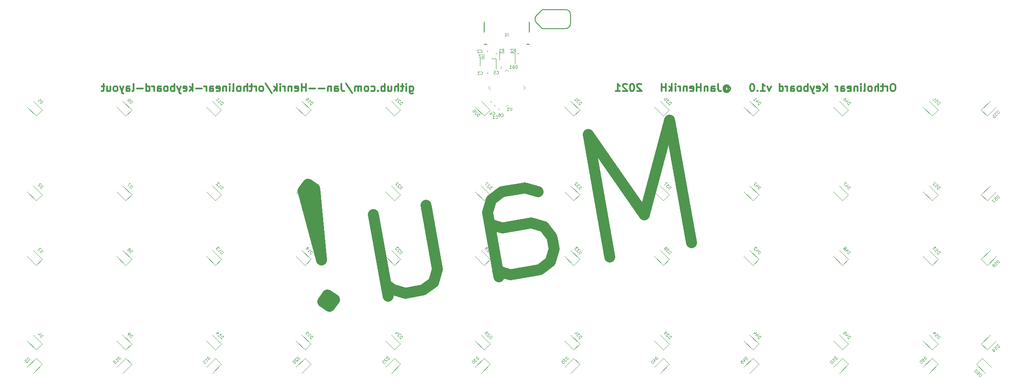
<source format=gbo>
G04 #@! TF.GenerationSoftware,KiCad,Pcbnew,5.1.5+dfsg1-2build2*
G04 #@! TF.CreationDate,2021-05-19T21:40:19+02:00*
G04 #@! TF.ProjectId,ortholinear-keyboard,6f727468-6f6c-4696-9e65-61722d6b6579,rev?*
G04 #@! TF.SameCoordinates,Original*
G04 #@! TF.FileFunction,Legend,Bot*
G04 #@! TF.FilePolarity,Positive*
%FSLAX46Y46*%
G04 Gerber Fmt 4.6, Leading zero omitted, Abs format (unit mm)*
G04 Created by KiCad (PCBNEW 5.1.5+dfsg1-2build2) date 2021-05-19 21:40:19*
%MOMM*%
%LPD*%
G04 APERTURE LIST*
%ADD10C,0.300000*%
%ADD11C,2.200000*%
%ADD12C,0.120000*%
%ADD13C,0.127000*%
%ADD14C,0.150000*%
%ADD15C,0.100000*%
G04 APERTURE END LIST*
D10*
X137500000Y-66678571D02*
X137500000Y-67892857D01*
X137571428Y-68035714D01*
X137642857Y-68107142D01*
X137785714Y-68178571D01*
X138000000Y-68178571D01*
X138142857Y-68107142D01*
X137500000Y-67607142D02*
X137642857Y-67678571D01*
X137928571Y-67678571D01*
X138071428Y-67607142D01*
X138142857Y-67535714D01*
X138214285Y-67392857D01*
X138214285Y-66964285D01*
X138142857Y-66821428D01*
X138071428Y-66750000D01*
X137928571Y-66678571D01*
X137642857Y-66678571D01*
X137500000Y-66750000D01*
X136785714Y-67678571D02*
X136785714Y-66678571D01*
X136785714Y-66178571D02*
X136857142Y-66250000D01*
X136785714Y-66321428D01*
X136714285Y-66250000D01*
X136785714Y-66178571D01*
X136785714Y-66321428D01*
X136285714Y-66678571D02*
X135714285Y-66678571D01*
X136071428Y-66178571D02*
X136071428Y-67464285D01*
X136000000Y-67607142D01*
X135857142Y-67678571D01*
X135714285Y-67678571D01*
X135214285Y-67678571D02*
X135214285Y-66178571D01*
X134571428Y-67678571D02*
X134571428Y-66892857D01*
X134642857Y-66750000D01*
X134785714Y-66678571D01*
X135000000Y-66678571D01*
X135142857Y-66750000D01*
X135214285Y-66821428D01*
X133214285Y-66678571D02*
X133214285Y-67678571D01*
X133857142Y-66678571D02*
X133857142Y-67464285D01*
X133785714Y-67607142D01*
X133642857Y-67678571D01*
X133428571Y-67678571D01*
X133285714Y-67607142D01*
X133214285Y-67535714D01*
X132500000Y-67678571D02*
X132500000Y-66178571D01*
X132500000Y-66750000D02*
X132357142Y-66678571D01*
X132071428Y-66678571D01*
X131928571Y-66750000D01*
X131857142Y-66821428D01*
X131785714Y-66964285D01*
X131785714Y-67392857D01*
X131857142Y-67535714D01*
X131928571Y-67607142D01*
X132071428Y-67678571D01*
X132357142Y-67678571D01*
X132500000Y-67607142D01*
X131142857Y-67535714D02*
X131071428Y-67607142D01*
X131142857Y-67678571D01*
X131214285Y-67607142D01*
X131142857Y-67535714D01*
X131142857Y-67678571D01*
X129785714Y-67607142D02*
X129928571Y-67678571D01*
X130214285Y-67678571D01*
X130357142Y-67607142D01*
X130428571Y-67535714D01*
X130500000Y-67392857D01*
X130500000Y-66964285D01*
X130428571Y-66821428D01*
X130357142Y-66750000D01*
X130214285Y-66678571D01*
X129928571Y-66678571D01*
X129785714Y-66750000D01*
X128928571Y-67678571D02*
X129071428Y-67607142D01*
X129142857Y-67535714D01*
X129214285Y-67392857D01*
X129214285Y-66964285D01*
X129142857Y-66821428D01*
X129071428Y-66750000D01*
X128928571Y-66678571D01*
X128714285Y-66678571D01*
X128571428Y-66750000D01*
X128500000Y-66821428D01*
X128428571Y-66964285D01*
X128428571Y-67392857D01*
X128500000Y-67535714D01*
X128571428Y-67607142D01*
X128714285Y-67678571D01*
X128928571Y-67678571D01*
X127785714Y-67678571D02*
X127785714Y-66678571D01*
X127785714Y-66821428D02*
X127714285Y-66750000D01*
X127571428Y-66678571D01*
X127357142Y-66678571D01*
X127214285Y-66750000D01*
X127142857Y-66892857D01*
X127142857Y-67678571D01*
X127142857Y-66892857D02*
X127071428Y-66750000D01*
X126928571Y-66678571D01*
X126714285Y-66678571D01*
X126571428Y-66750000D01*
X126500000Y-66892857D01*
X126500000Y-67678571D01*
X124714285Y-66107142D02*
X126000000Y-68035714D01*
X123785714Y-66178571D02*
X123785714Y-67250000D01*
X123857142Y-67464285D01*
X124000000Y-67607142D01*
X124214285Y-67678571D01*
X124357142Y-67678571D01*
X122428571Y-67678571D02*
X122428571Y-66892857D01*
X122500000Y-66750000D01*
X122642857Y-66678571D01*
X122928571Y-66678571D01*
X123071428Y-66750000D01*
X122428571Y-67607142D02*
X122571428Y-67678571D01*
X122928571Y-67678571D01*
X123071428Y-67607142D01*
X123142857Y-67464285D01*
X123142857Y-67321428D01*
X123071428Y-67178571D01*
X122928571Y-67107142D01*
X122571428Y-67107142D01*
X122428571Y-67035714D01*
X121714285Y-66678571D02*
X121714285Y-67678571D01*
X121714285Y-66821428D02*
X121642857Y-66750000D01*
X121500000Y-66678571D01*
X121285714Y-66678571D01*
X121142857Y-66750000D01*
X121071428Y-66892857D01*
X121071428Y-67678571D01*
X120357142Y-67107142D02*
X119214285Y-67107142D01*
X118500000Y-67107142D02*
X117357142Y-67107142D01*
X116642857Y-67678571D02*
X116642857Y-66178571D01*
X116642857Y-66892857D02*
X115785714Y-66892857D01*
X115785714Y-67678571D02*
X115785714Y-66178571D01*
X114500000Y-67607142D02*
X114642857Y-67678571D01*
X114928571Y-67678571D01*
X115071428Y-67607142D01*
X115142857Y-67464285D01*
X115142857Y-66892857D01*
X115071428Y-66750000D01*
X114928571Y-66678571D01*
X114642857Y-66678571D01*
X114500000Y-66750000D01*
X114428571Y-66892857D01*
X114428571Y-67035714D01*
X115142857Y-67178571D01*
X113785714Y-66678571D02*
X113785714Y-67678571D01*
X113785714Y-66821428D02*
X113714285Y-66750000D01*
X113571428Y-66678571D01*
X113357142Y-66678571D01*
X113214285Y-66750000D01*
X113142857Y-66892857D01*
X113142857Y-67678571D01*
X112428571Y-67678571D02*
X112428571Y-66678571D01*
X112428571Y-66964285D02*
X112357142Y-66821428D01*
X112285714Y-66750000D01*
X112142857Y-66678571D01*
X112000000Y-66678571D01*
X111500000Y-67678571D02*
X111500000Y-66678571D01*
X111500000Y-66178571D02*
X111571428Y-66250000D01*
X111500000Y-66321428D01*
X111428571Y-66250000D01*
X111500000Y-66178571D01*
X111500000Y-66321428D01*
X110785714Y-67678571D02*
X110785714Y-66178571D01*
X110642857Y-67107142D02*
X110214285Y-67678571D01*
X110214285Y-66678571D02*
X110785714Y-67250000D01*
X108499999Y-66107142D02*
X109785714Y-68035714D01*
X107785714Y-67678571D02*
X107928571Y-67607142D01*
X107999999Y-67535714D01*
X108071428Y-67392857D01*
X108071428Y-66964285D01*
X107999999Y-66821428D01*
X107928571Y-66750000D01*
X107785714Y-66678571D01*
X107571428Y-66678571D01*
X107428571Y-66750000D01*
X107357142Y-66821428D01*
X107285714Y-66964285D01*
X107285714Y-67392857D01*
X107357142Y-67535714D01*
X107428571Y-67607142D01*
X107571428Y-67678571D01*
X107785714Y-67678571D01*
X106642857Y-67678571D02*
X106642857Y-66678571D01*
X106642857Y-66964285D02*
X106571428Y-66821428D01*
X106499999Y-66750000D01*
X106357142Y-66678571D01*
X106214285Y-66678571D01*
X105928571Y-66678571D02*
X105357142Y-66678571D01*
X105714285Y-66178571D02*
X105714285Y-67464285D01*
X105642857Y-67607142D01*
X105499999Y-67678571D01*
X105357142Y-67678571D01*
X104857142Y-67678571D02*
X104857142Y-66178571D01*
X104214285Y-67678571D02*
X104214285Y-66892857D01*
X104285714Y-66750000D01*
X104428571Y-66678571D01*
X104642857Y-66678571D01*
X104785714Y-66750000D01*
X104857142Y-66821428D01*
X103285714Y-67678571D02*
X103428571Y-67607142D01*
X103499999Y-67535714D01*
X103571428Y-67392857D01*
X103571428Y-66964285D01*
X103499999Y-66821428D01*
X103428571Y-66750000D01*
X103285714Y-66678571D01*
X103071428Y-66678571D01*
X102928571Y-66750000D01*
X102857142Y-66821428D01*
X102785714Y-66964285D01*
X102785714Y-67392857D01*
X102857142Y-67535714D01*
X102928571Y-67607142D01*
X103071428Y-67678571D01*
X103285714Y-67678571D01*
X101928571Y-67678571D02*
X102071428Y-67607142D01*
X102142857Y-67464285D01*
X102142857Y-66178571D01*
X101357142Y-67678571D02*
X101357142Y-66678571D01*
X101357142Y-66178571D02*
X101428571Y-66250000D01*
X101357142Y-66321428D01*
X101285714Y-66250000D01*
X101357142Y-66178571D01*
X101357142Y-66321428D01*
X100642857Y-66678571D02*
X100642857Y-67678571D01*
X100642857Y-66821428D02*
X100571428Y-66750000D01*
X100428571Y-66678571D01*
X100214285Y-66678571D01*
X100071428Y-66750000D01*
X99999999Y-66892857D01*
X99999999Y-67678571D01*
X98714285Y-67607142D02*
X98857142Y-67678571D01*
X99142857Y-67678571D01*
X99285714Y-67607142D01*
X99357142Y-67464285D01*
X99357142Y-66892857D01*
X99285714Y-66750000D01*
X99142857Y-66678571D01*
X98857142Y-66678571D01*
X98714285Y-66750000D01*
X98642857Y-66892857D01*
X98642857Y-67035714D01*
X99357142Y-67178571D01*
X97357142Y-67678571D02*
X97357142Y-66892857D01*
X97428571Y-66750000D01*
X97571428Y-66678571D01*
X97857142Y-66678571D01*
X97999999Y-66750000D01*
X97357142Y-67607142D02*
X97499999Y-67678571D01*
X97857142Y-67678571D01*
X97999999Y-67607142D01*
X98071428Y-67464285D01*
X98071428Y-67321428D01*
X97999999Y-67178571D01*
X97857142Y-67107142D01*
X97499999Y-67107142D01*
X97357142Y-67035714D01*
X96642857Y-67678571D02*
X96642857Y-66678571D01*
X96642857Y-66964285D02*
X96571428Y-66821428D01*
X96499999Y-66750000D01*
X96357142Y-66678571D01*
X96214285Y-66678571D01*
X95714285Y-67107142D02*
X94571428Y-67107142D01*
X93857142Y-67678571D02*
X93857142Y-66178571D01*
X93714285Y-67107142D02*
X93285714Y-67678571D01*
X93285714Y-66678571D02*
X93857142Y-67250000D01*
X92071428Y-67607142D02*
X92214285Y-67678571D01*
X92499999Y-67678571D01*
X92642857Y-67607142D01*
X92714285Y-67464285D01*
X92714285Y-66892857D01*
X92642857Y-66750000D01*
X92499999Y-66678571D01*
X92214285Y-66678571D01*
X92071428Y-66750000D01*
X91999999Y-66892857D01*
X91999999Y-67035714D01*
X92714285Y-67178571D01*
X91499999Y-66678571D02*
X91142857Y-67678571D01*
X90785714Y-66678571D02*
X91142857Y-67678571D01*
X91285714Y-68035714D01*
X91357142Y-68107142D01*
X91499999Y-68178571D01*
X90214285Y-67678571D02*
X90214285Y-66178571D01*
X90214285Y-66750000D02*
X90071428Y-66678571D01*
X89785714Y-66678571D01*
X89642857Y-66750000D01*
X89571428Y-66821428D01*
X89499999Y-66964285D01*
X89499999Y-67392857D01*
X89571428Y-67535714D01*
X89642857Y-67607142D01*
X89785714Y-67678571D01*
X90071428Y-67678571D01*
X90214285Y-67607142D01*
X88642857Y-67678571D02*
X88785714Y-67607142D01*
X88857142Y-67535714D01*
X88928571Y-67392857D01*
X88928571Y-66964285D01*
X88857142Y-66821428D01*
X88785714Y-66750000D01*
X88642857Y-66678571D01*
X88428571Y-66678571D01*
X88285714Y-66750000D01*
X88214285Y-66821428D01*
X88142857Y-66964285D01*
X88142857Y-67392857D01*
X88214285Y-67535714D01*
X88285714Y-67607142D01*
X88428571Y-67678571D01*
X88642857Y-67678571D01*
X86857142Y-67678571D02*
X86857142Y-66892857D01*
X86928571Y-66750000D01*
X87071428Y-66678571D01*
X87357142Y-66678571D01*
X87499999Y-66750000D01*
X86857142Y-67607142D02*
X86999999Y-67678571D01*
X87357142Y-67678571D01*
X87499999Y-67607142D01*
X87571428Y-67464285D01*
X87571428Y-67321428D01*
X87499999Y-67178571D01*
X87357142Y-67107142D01*
X86999999Y-67107142D01*
X86857142Y-67035714D01*
X86142857Y-67678571D02*
X86142857Y-66678571D01*
X86142857Y-66964285D02*
X86071428Y-66821428D01*
X85999999Y-66750000D01*
X85857142Y-66678571D01*
X85714285Y-66678571D01*
X84571428Y-67678571D02*
X84571428Y-66178571D01*
X84571428Y-67607142D02*
X84714285Y-67678571D01*
X84999999Y-67678571D01*
X85142857Y-67607142D01*
X85214285Y-67535714D01*
X85285714Y-67392857D01*
X85285714Y-66964285D01*
X85214285Y-66821428D01*
X85142857Y-66750000D01*
X84999999Y-66678571D01*
X84714285Y-66678571D01*
X84571428Y-66750000D01*
X83857142Y-67107142D02*
X82714285Y-67107142D01*
X81785714Y-67678571D02*
X81928571Y-67607142D01*
X81999999Y-67464285D01*
X81999999Y-66178571D01*
X80571428Y-67678571D02*
X80571428Y-66892857D01*
X80642857Y-66750000D01*
X80785714Y-66678571D01*
X81071428Y-66678571D01*
X81214285Y-66750000D01*
X80571428Y-67607142D02*
X80714285Y-67678571D01*
X81071428Y-67678571D01*
X81214285Y-67607142D01*
X81285714Y-67464285D01*
X81285714Y-67321428D01*
X81214285Y-67178571D01*
X81071428Y-67107142D01*
X80714285Y-67107142D01*
X80571428Y-67035714D01*
X79999999Y-66678571D02*
X79642857Y-67678571D01*
X79285714Y-66678571D02*
X79642857Y-67678571D01*
X79785714Y-68035714D01*
X79857142Y-68107142D01*
X79999999Y-68178571D01*
X78499999Y-67678571D02*
X78642857Y-67607142D01*
X78714285Y-67535714D01*
X78785714Y-67392857D01*
X78785714Y-66964285D01*
X78714285Y-66821428D01*
X78642857Y-66750000D01*
X78499999Y-66678571D01*
X78285714Y-66678571D01*
X78142857Y-66750000D01*
X78071428Y-66821428D01*
X77999999Y-66964285D01*
X77999999Y-67392857D01*
X78071428Y-67535714D01*
X78142857Y-67607142D01*
X78285714Y-67678571D01*
X78499999Y-67678571D01*
X76714285Y-66678571D02*
X76714285Y-67678571D01*
X77357142Y-66678571D02*
X77357142Y-67464285D01*
X77285714Y-67607142D01*
X77142857Y-67678571D01*
X76928571Y-67678571D01*
X76785714Y-67607142D01*
X76714285Y-67535714D01*
X76214285Y-66678571D02*
X75642857Y-66678571D01*
X75999999Y-66178571D02*
X75999999Y-67464285D01*
X75928571Y-67607142D01*
X75785714Y-67678571D01*
X75642857Y-67678571D01*
X234750000Y-66178571D02*
X234464285Y-66178571D01*
X234321428Y-66250000D01*
X234178571Y-66392857D01*
X234107142Y-66678571D01*
X234107142Y-67178571D01*
X234178571Y-67464285D01*
X234321428Y-67607142D01*
X234464285Y-67678571D01*
X234750000Y-67678571D01*
X234892857Y-67607142D01*
X235035714Y-67464285D01*
X235107142Y-67178571D01*
X235107142Y-66678571D01*
X235035714Y-66392857D01*
X234892857Y-66250000D01*
X234750000Y-66178571D01*
X233464285Y-67678571D02*
X233464285Y-66678571D01*
X233464285Y-66964285D02*
X233392857Y-66821428D01*
X233321428Y-66750000D01*
X233178571Y-66678571D01*
X233035714Y-66678571D01*
X232750000Y-66678571D02*
X232178571Y-66678571D01*
X232535714Y-66178571D02*
X232535714Y-67464285D01*
X232464285Y-67607142D01*
X232321428Y-67678571D01*
X232178571Y-67678571D01*
X231678571Y-67678571D02*
X231678571Y-66178571D01*
X231035714Y-67678571D02*
X231035714Y-66892857D01*
X231107142Y-66750000D01*
X231250000Y-66678571D01*
X231464285Y-66678571D01*
X231607142Y-66750000D01*
X231678571Y-66821428D01*
X230107142Y-67678571D02*
X230250000Y-67607142D01*
X230321428Y-67535714D01*
X230392857Y-67392857D01*
X230392857Y-66964285D01*
X230321428Y-66821428D01*
X230250000Y-66750000D01*
X230107142Y-66678571D01*
X229892857Y-66678571D01*
X229750000Y-66750000D01*
X229678571Y-66821428D01*
X229607142Y-66964285D01*
X229607142Y-67392857D01*
X229678571Y-67535714D01*
X229750000Y-67607142D01*
X229892857Y-67678571D01*
X230107142Y-67678571D01*
X228749999Y-67678571D02*
X228892857Y-67607142D01*
X228964285Y-67464285D01*
X228964285Y-66178571D01*
X228178571Y-67678571D02*
X228178571Y-66678571D01*
X228178571Y-66178571D02*
X228250000Y-66250000D01*
X228178571Y-66321428D01*
X228107142Y-66250000D01*
X228178571Y-66178571D01*
X228178571Y-66321428D01*
X227464285Y-66678571D02*
X227464285Y-67678571D01*
X227464285Y-66821428D02*
X227392857Y-66750000D01*
X227249999Y-66678571D01*
X227035714Y-66678571D01*
X226892857Y-66750000D01*
X226821428Y-66892857D01*
X226821428Y-67678571D01*
X225535714Y-67607142D02*
X225678571Y-67678571D01*
X225964285Y-67678571D01*
X226107142Y-67607142D01*
X226178571Y-67464285D01*
X226178571Y-66892857D01*
X226107142Y-66750000D01*
X225964285Y-66678571D01*
X225678571Y-66678571D01*
X225535714Y-66750000D01*
X225464285Y-66892857D01*
X225464285Y-67035714D01*
X226178571Y-67178571D01*
X224178571Y-67678571D02*
X224178571Y-66892857D01*
X224250000Y-66750000D01*
X224392857Y-66678571D01*
X224678571Y-66678571D01*
X224821428Y-66750000D01*
X224178571Y-67607142D02*
X224321428Y-67678571D01*
X224678571Y-67678571D01*
X224821428Y-67607142D01*
X224892857Y-67464285D01*
X224892857Y-67321428D01*
X224821428Y-67178571D01*
X224678571Y-67107142D01*
X224321428Y-67107142D01*
X224178571Y-67035714D01*
X223464285Y-67678571D02*
X223464285Y-66678571D01*
X223464285Y-66964285D02*
X223392857Y-66821428D01*
X223321428Y-66750000D01*
X223178571Y-66678571D01*
X223035714Y-66678571D01*
X221392857Y-67678571D02*
X221392857Y-66178571D01*
X220535714Y-67678571D02*
X221178571Y-66821428D01*
X220535714Y-66178571D02*
X221392857Y-67035714D01*
X219321428Y-67607142D02*
X219464285Y-67678571D01*
X219750000Y-67678571D01*
X219892857Y-67607142D01*
X219964285Y-67464285D01*
X219964285Y-66892857D01*
X219892857Y-66750000D01*
X219750000Y-66678571D01*
X219464285Y-66678571D01*
X219321428Y-66750000D01*
X219250000Y-66892857D01*
X219250000Y-67035714D01*
X219964285Y-67178571D01*
X218750000Y-66678571D02*
X218392857Y-67678571D01*
X218035714Y-66678571D02*
X218392857Y-67678571D01*
X218535714Y-68035714D01*
X218607142Y-68107142D01*
X218750000Y-68178571D01*
X217464285Y-67678571D02*
X217464285Y-66178571D01*
X217464285Y-66750000D02*
X217321428Y-66678571D01*
X217035714Y-66678571D01*
X216892857Y-66750000D01*
X216821428Y-66821428D01*
X216750000Y-66964285D01*
X216750000Y-67392857D01*
X216821428Y-67535714D01*
X216892857Y-67607142D01*
X217035714Y-67678571D01*
X217321428Y-67678571D01*
X217464285Y-67607142D01*
X215892857Y-67678571D02*
X216035714Y-67607142D01*
X216107142Y-67535714D01*
X216178571Y-67392857D01*
X216178571Y-66964285D01*
X216107142Y-66821428D01*
X216035714Y-66750000D01*
X215892857Y-66678571D01*
X215678571Y-66678571D01*
X215535714Y-66750000D01*
X215464285Y-66821428D01*
X215392857Y-66964285D01*
X215392857Y-67392857D01*
X215464285Y-67535714D01*
X215535714Y-67607142D01*
X215678571Y-67678571D01*
X215892857Y-67678571D01*
X214107142Y-67678571D02*
X214107142Y-66892857D01*
X214178571Y-66750000D01*
X214321428Y-66678571D01*
X214607142Y-66678571D01*
X214750000Y-66750000D01*
X214107142Y-67607142D02*
X214250000Y-67678571D01*
X214607142Y-67678571D01*
X214750000Y-67607142D01*
X214821428Y-67464285D01*
X214821428Y-67321428D01*
X214750000Y-67178571D01*
X214607142Y-67107142D01*
X214250000Y-67107142D01*
X214107142Y-67035714D01*
X213392857Y-67678571D02*
X213392857Y-66678571D01*
X213392857Y-66964285D02*
X213321428Y-66821428D01*
X213250000Y-66750000D01*
X213107142Y-66678571D01*
X212964285Y-66678571D01*
X211821428Y-67678571D02*
X211821428Y-66178571D01*
X211821428Y-67607142D02*
X211964285Y-67678571D01*
X212250000Y-67678571D01*
X212392857Y-67607142D01*
X212464285Y-67535714D01*
X212535714Y-67392857D01*
X212535714Y-66964285D01*
X212464285Y-66821428D01*
X212392857Y-66750000D01*
X212250000Y-66678571D01*
X211964285Y-66678571D01*
X211821428Y-66750000D01*
X210107142Y-66678571D02*
X209750000Y-67678571D01*
X209392857Y-66678571D01*
X208035714Y-67678571D02*
X208892857Y-67678571D01*
X208464285Y-67678571D02*
X208464285Y-66178571D01*
X208607142Y-66392857D01*
X208750000Y-66535714D01*
X208892857Y-66607142D01*
X207392857Y-67535714D02*
X207321428Y-67607142D01*
X207392857Y-67678571D01*
X207464285Y-67607142D01*
X207392857Y-67535714D01*
X207392857Y-67678571D01*
X206392857Y-66178571D02*
X206250000Y-66178571D01*
X206107142Y-66250000D01*
X206035714Y-66321428D01*
X205964285Y-66464285D01*
X205892857Y-66750000D01*
X205892857Y-67107142D01*
X205964285Y-67392857D01*
X206035714Y-67535714D01*
X206107142Y-67607142D01*
X206250000Y-67678571D01*
X206392857Y-67678571D01*
X206535714Y-67607142D01*
X206607142Y-67535714D01*
X206678571Y-67392857D01*
X206750000Y-67107142D01*
X206750000Y-66750000D01*
X206678571Y-66464285D01*
X206607142Y-66321428D01*
X206535714Y-66250000D01*
X206392857Y-66178571D01*
X200892857Y-66964285D02*
X200964285Y-66892857D01*
X201107142Y-66821428D01*
X201250000Y-66821428D01*
X201392857Y-66892857D01*
X201464285Y-66964285D01*
X201535714Y-67107142D01*
X201535714Y-67250000D01*
X201464285Y-67392857D01*
X201392857Y-67464285D01*
X201250000Y-67535714D01*
X201107142Y-67535714D01*
X200964285Y-67464285D01*
X200892857Y-67392857D01*
X200892857Y-66821428D02*
X200892857Y-67392857D01*
X200821428Y-67464285D01*
X200750000Y-67464285D01*
X200607142Y-67392857D01*
X200535714Y-67250000D01*
X200535714Y-66892857D01*
X200678571Y-66678571D01*
X200892857Y-66535714D01*
X201178571Y-66464285D01*
X201464285Y-66535714D01*
X201678571Y-66678571D01*
X201821428Y-66892857D01*
X201892857Y-67178571D01*
X201821428Y-67464285D01*
X201678571Y-67678571D01*
X201464285Y-67821428D01*
X201178571Y-67892857D01*
X200892857Y-67821428D01*
X200678571Y-67678571D01*
X199464285Y-66178571D02*
X199464285Y-67250000D01*
X199535714Y-67464285D01*
X199678571Y-67607142D01*
X199892857Y-67678571D01*
X200035714Y-67678571D01*
X198107142Y-67678571D02*
X198107142Y-66892857D01*
X198178571Y-66750000D01*
X198321428Y-66678571D01*
X198607142Y-66678571D01*
X198750000Y-66750000D01*
X198107142Y-67607142D02*
X198250000Y-67678571D01*
X198607142Y-67678571D01*
X198750000Y-67607142D01*
X198821428Y-67464285D01*
X198821428Y-67321428D01*
X198750000Y-67178571D01*
X198607142Y-67107142D01*
X198250000Y-67107142D01*
X198107142Y-67035714D01*
X197392857Y-66678571D02*
X197392857Y-67678571D01*
X197392857Y-66821428D02*
X197321428Y-66750000D01*
X197178571Y-66678571D01*
X196964285Y-66678571D01*
X196821428Y-66750000D01*
X196750000Y-66892857D01*
X196750000Y-67678571D01*
X196035714Y-67678571D02*
X196035714Y-66178571D01*
X196035714Y-66892857D02*
X195178571Y-66892857D01*
X195178571Y-67678571D02*
X195178571Y-66178571D01*
X193892857Y-67607142D02*
X194035714Y-67678571D01*
X194321428Y-67678571D01*
X194464285Y-67607142D01*
X194535714Y-67464285D01*
X194535714Y-66892857D01*
X194464285Y-66750000D01*
X194321428Y-66678571D01*
X194035714Y-66678571D01*
X193892857Y-66750000D01*
X193821428Y-66892857D01*
X193821428Y-67035714D01*
X194535714Y-67178571D01*
X193178571Y-66678571D02*
X193178571Y-67678571D01*
X193178571Y-66821428D02*
X193107142Y-66750000D01*
X192964285Y-66678571D01*
X192750000Y-66678571D01*
X192607142Y-66750000D01*
X192535714Y-66892857D01*
X192535714Y-67678571D01*
X191821428Y-67678571D02*
X191821428Y-66678571D01*
X191821428Y-66964285D02*
X191750000Y-66821428D01*
X191678571Y-66750000D01*
X191535714Y-66678571D01*
X191392857Y-66678571D01*
X190892857Y-67678571D02*
X190892857Y-66678571D01*
X190892857Y-66178571D02*
X190964285Y-66250000D01*
X190892857Y-66321428D01*
X190821428Y-66250000D01*
X190892857Y-66178571D01*
X190892857Y-66321428D01*
X190178571Y-67678571D02*
X190178571Y-66178571D01*
X190035714Y-67107142D02*
X189607142Y-67678571D01*
X189607142Y-66678571D02*
X190178571Y-67250000D01*
X188964285Y-67678571D02*
X188964285Y-66178571D01*
X188964285Y-66892857D02*
X188107142Y-66892857D01*
X188107142Y-67678571D02*
X188107142Y-66178571D01*
X184035714Y-66321428D02*
X183964285Y-66250000D01*
X183821428Y-66178571D01*
X183464285Y-66178571D01*
X183321428Y-66250000D01*
X183250000Y-66321428D01*
X183178571Y-66464285D01*
X183178571Y-66607142D01*
X183250000Y-66821428D01*
X184107142Y-67678571D01*
X183178571Y-67678571D01*
X182250000Y-66178571D02*
X182107142Y-66178571D01*
X181964285Y-66250000D01*
X181892857Y-66321428D01*
X181821428Y-66464285D01*
X181750000Y-66750000D01*
X181750000Y-67107142D01*
X181821428Y-67392857D01*
X181892857Y-67535714D01*
X181964285Y-67607142D01*
X182107142Y-67678571D01*
X182250000Y-67678571D01*
X182392857Y-67607142D01*
X182464285Y-67535714D01*
X182535714Y-67392857D01*
X182607142Y-67107142D01*
X182607142Y-66750000D01*
X182535714Y-66464285D01*
X182464285Y-66321428D01*
X182392857Y-66250000D01*
X182250000Y-66178571D01*
X181178571Y-66321428D02*
X181107142Y-66250000D01*
X180964285Y-66178571D01*
X180607142Y-66178571D01*
X180464285Y-66250000D01*
X180392857Y-66321428D01*
X180321428Y-66464285D01*
X180321428Y-66607142D01*
X180392857Y-66821428D01*
X181250000Y-67678571D01*
X180321428Y-67678571D01*
X178892857Y-67678571D02*
X179750000Y-67678571D01*
X179321428Y-67678571D02*
X179321428Y-66178571D01*
X179464285Y-66392857D01*
X179607142Y-66535714D01*
X179750000Y-66607142D01*
D11*
X194107973Y-98129262D02*
X189766769Y-73509068D01*
X184660898Y-92541989D01*
X173353306Y-76403204D01*
X177694511Y-101023398D01*
X155419097Y-104951154D02*
X153145133Y-92054862D01*
X153904075Y-89503358D01*
X156042132Y-87917520D01*
X160731692Y-87090624D01*
X163283197Y-87849566D01*
X155212373Y-103778764D02*
X157763878Y-104537706D01*
X163625829Y-103504086D01*
X165763885Y-101918248D01*
X166522827Y-99366744D01*
X166109379Y-97021963D01*
X164523541Y-94883907D01*
X161972036Y-94124965D01*
X156110086Y-95158585D01*
X153558581Y-94399643D01*
X130249548Y-92465448D02*
X133143684Y-108878911D01*
X140801059Y-90604932D02*
X143075023Y-103501224D01*
X142316081Y-106052728D01*
X140178025Y-107638567D01*
X136660854Y-108258739D01*
X134109350Y-107499796D01*
X132730236Y-106534130D01*
X121006334Y-108601371D02*
X120040668Y-109980485D01*
X121419782Y-110946151D01*
X122385448Y-109567037D01*
X121006334Y-108601371D01*
X121419782Y-110946151D01*
X119765990Y-101567029D02*
X118457692Y-87291623D01*
X117078578Y-86325957D01*
X116112911Y-87705071D01*
X119765990Y-101567029D01*
X117078578Y-86325957D01*
D12*
X155520000Y-59940000D02*
X155520000Y-61400000D01*
X158680000Y-59940000D02*
X158680000Y-62100000D01*
X158680000Y-59940000D02*
X157750000Y-59940000D01*
X155520000Y-59940000D02*
X156450000Y-59940000D01*
D13*
X169806000Y-54137500D02*
G75*
G02X168853500Y-55090000I-952500J0D01*
G01*
X168853500Y-51280000D02*
G75*
G02X169806000Y-52232500I0J-952500D01*
G01*
X169806000Y-54137500D02*
X169806000Y-52232500D01*
X162986100Y-53908900D02*
G75*
G02X162986100Y-52461100I723900J723900D01*
G01*
X162986100Y-53908900D02*
X164167200Y-55090000D01*
X162986100Y-52461100D02*
X164167200Y-51280000D01*
X168853500Y-55090000D02*
X164167200Y-55090000D01*
X168853500Y-51280000D02*
X164167200Y-51280000D01*
D12*
X151670000Y-61090000D02*
X151670000Y-62550000D01*
X154830000Y-61090000D02*
X154830000Y-63250000D01*
X154830000Y-61090000D02*
X153900000Y-61090000D01*
X151670000Y-61090000D02*
X152600000Y-61090000D01*
X157335876Y-70355222D02*
X157000000Y-70691097D01*
X157000000Y-63308903D02*
X157335876Y-63644778D01*
X156664124Y-63644778D02*
X157000000Y-63308903D01*
X153308903Y-67000000D02*
X153644778Y-67335876D01*
X153644778Y-66664124D02*
X153308903Y-67000000D01*
X160691097Y-67000000D02*
X160355222Y-66664124D01*
X160355222Y-67335876D02*
X160691097Y-67000000D01*
X159450000Y-60100000D02*
X159150000Y-60100000D01*
X154750000Y-60100000D02*
X155050000Y-60100000D01*
D14*
X161000000Y-58250000D02*
X161500000Y-58250000D01*
X152500000Y-58250000D02*
X153000000Y-58250000D01*
X152500000Y-55750000D02*
X152500000Y-53750000D01*
X161500000Y-53750000D02*
X161500000Y-55750000D01*
D12*
X251338299Y-122540381D02*
X253141421Y-124343503D01*
X252540381Y-121338299D02*
X254343503Y-123141421D01*
X251338299Y-122540381D02*
X252540381Y-121338299D01*
X253540381Y-119661701D02*
X255343503Y-117858579D01*
X252338299Y-118459619D02*
X254141421Y-116656497D01*
X253540381Y-119661701D02*
X252338299Y-118459619D01*
X253540381Y-102661701D02*
X255343503Y-100858579D01*
X252338299Y-101459619D02*
X254141421Y-99656497D01*
X253540381Y-102661701D02*
X252338299Y-101459619D01*
X253540381Y-89661701D02*
X255343503Y-87858579D01*
X252338299Y-88459619D02*
X254141421Y-86656497D01*
X253540381Y-89661701D02*
X252338299Y-88459619D01*
X253540381Y-72661701D02*
X255343503Y-70858579D01*
X252338299Y-71459619D02*
X254141421Y-69656497D01*
X253540381Y-72661701D02*
X252338299Y-71459619D01*
X242459619Y-121338299D02*
X240656497Y-123141421D01*
X243661701Y-122540381D02*
X241858579Y-124343503D01*
X242459619Y-121338299D02*
X243661701Y-122540381D01*
X243661701Y-118459619D02*
X241858579Y-116656497D01*
X242459619Y-119661701D02*
X240656497Y-117858579D01*
X243661701Y-118459619D02*
X242459619Y-119661701D01*
X243661701Y-101459619D02*
X241858579Y-99656497D01*
X242459619Y-102661701D02*
X240656497Y-100858579D01*
X243661701Y-101459619D02*
X242459619Y-102661701D01*
X243661701Y-88459619D02*
X241858579Y-86656497D01*
X242459619Y-89661701D02*
X240656497Y-87858579D01*
X243661701Y-88459619D02*
X242459619Y-89661701D01*
X243661701Y-71459619D02*
X241858579Y-69656497D01*
X242459619Y-72661701D02*
X240656497Y-70858579D01*
X243661701Y-71459619D02*
X242459619Y-72661701D01*
X224459619Y-121338299D02*
X222656497Y-123141421D01*
X225661701Y-122540381D02*
X223858579Y-124343503D01*
X224459619Y-121338299D02*
X225661701Y-122540381D01*
X225661701Y-118459619D02*
X223858579Y-116656497D01*
X224459619Y-119661701D02*
X222656497Y-117858579D01*
X225661701Y-118459619D02*
X224459619Y-119661701D01*
X225661701Y-101459619D02*
X223858579Y-99656497D01*
X224459619Y-102661701D02*
X222656497Y-100858579D01*
X225661701Y-101459619D02*
X224459619Y-102661701D01*
X225661701Y-88459619D02*
X223858579Y-86656497D01*
X224459619Y-89661701D02*
X222656497Y-87858579D01*
X225661701Y-88459619D02*
X224459619Y-89661701D01*
X225661701Y-71459619D02*
X223858579Y-69656497D01*
X224459619Y-72661701D02*
X222656497Y-70858579D01*
X225661701Y-71459619D02*
X224459619Y-72661701D01*
X206459619Y-121338299D02*
X204656497Y-123141421D01*
X207661701Y-122540381D02*
X205858579Y-124343503D01*
X206459619Y-121338299D02*
X207661701Y-122540381D01*
X207661701Y-118459619D02*
X205858579Y-116656497D01*
X206459619Y-119661701D02*
X204656497Y-117858579D01*
X207661701Y-118459619D02*
X206459619Y-119661701D01*
X207661701Y-101459619D02*
X205858579Y-99656497D01*
X206459619Y-102661701D02*
X204656497Y-100858579D01*
X207661701Y-101459619D02*
X206459619Y-102661701D01*
X207661701Y-88459619D02*
X205858579Y-86656497D01*
X206459619Y-89661701D02*
X204656497Y-87858579D01*
X207661701Y-88459619D02*
X206459619Y-89661701D01*
X207661701Y-71459619D02*
X205858579Y-69656497D01*
X206459619Y-72661701D02*
X204656497Y-70858579D01*
X207661701Y-71459619D02*
X206459619Y-72661701D01*
X188459619Y-121338299D02*
X186656497Y-123141421D01*
X189661701Y-122540381D02*
X187858579Y-124343503D01*
X188459619Y-121338299D02*
X189661701Y-122540381D01*
X189661701Y-118459619D02*
X187858579Y-116656497D01*
X188459619Y-119661701D02*
X186656497Y-117858579D01*
X189661701Y-118459619D02*
X188459619Y-119661701D01*
X189661701Y-101459619D02*
X187858579Y-99656497D01*
X188459619Y-102661701D02*
X186656497Y-100858579D01*
X189661701Y-101459619D02*
X188459619Y-102661701D01*
X189661701Y-88459619D02*
X187858579Y-86656497D01*
X188459619Y-89661701D02*
X186656497Y-87858579D01*
X189661701Y-88459619D02*
X188459619Y-89661701D01*
X189661701Y-71459619D02*
X187858579Y-69656497D01*
X188459619Y-72661701D02*
X186656497Y-70858579D01*
X189661701Y-71459619D02*
X188459619Y-72661701D01*
X170459619Y-121338299D02*
X168656497Y-123141421D01*
X171661701Y-122540381D02*
X169858579Y-124343503D01*
X170459619Y-121338299D02*
X171661701Y-122540381D01*
X171661701Y-118459619D02*
X169858579Y-116656497D01*
X170459619Y-119661701D02*
X168656497Y-117858579D01*
X171661701Y-118459619D02*
X170459619Y-119661701D01*
X171661701Y-101459619D02*
X169858579Y-99656497D01*
X170459619Y-102661701D02*
X168656497Y-100858579D01*
X171661701Y-101459619D02*
X170459619Y-102661701D01*
X171661701Y-88459619D02*
X169858579Y-86656497D01*
X170459619Y-89661701D02*
X168656497Y-87858579D01*
X171661701Y-88459619D02*
X170459619Y-89661701D01*
X171661701Y-71459619D02*
X169858579Y-69656497D01*
X170459619Y-72661701D02*
X168656497Y-70858579D01*
X171661701Y-71459619D02*
X170459619Y-72661701D01*
X152459619Y-121338299D02*
X150656497Y-123141421D01*
X153661701Y-122540381D02*
X151858579Y-124343503D01*
X152459619Y-121338299D02*
X153661701Y-122540381D01*
X153661701Y-118459619D02*
X151858579Y-116656497D01*
X152459619Y-119661701D02*
X150656497Y-117858579D01*
X153661701Y-118459619D02*
X152459619Y-119661701D01*
X153661701Y-101459619D02*
X151858579Y-99656497D01*
X152459619Y-102661701D02*
X150656497Y-100858579D01*
X153661701Y-101459619D02*
X152459619Y-102661701D01*
X153661701Y-88459619D02*
X151858579Y-86656497D01*
X152459619Y-89661701D02*
X150656497Y-87858579D01*
X153661701Y-88459619D02*
X152459619Y-89661701D01*
X153661701Y-71459619D02*
X151858579Y-69656497D01*
X152459619Y-72661701D02*
X150656497Y-70858579D01*
X153661701Y-71459619D02*
X152459619Y-72661701D01*
X134459619Y-121338299D02*
X132656497Y-123141421D01*
X135661701Y-122540381D02*
X133858579Y-124343503D01*
X134459619Y-121338299D02*
X135661701Y-122540381D01*
X135661701Y-118459619D02*
X133858579Y-116656497D01*
X134459619Y-119661701D02*
X132656497Y-117858579D01*
X135661701Y-118459619D02*
X134459619Y-119661701D01*
X135661701Y-101459619D02*
X133858579Y-99656497D01*
X134459619Y-102661701D02*
X132656497Y-100858579D01*
X135661701Y-101459619D02*
X134459619Y-102661701D01*
X135661701Y-88459619D02*
X133858579Y-86656497D01*
X134459619Y-89661701D02*
X132656497Y-87858579D01*
X135661701Y-88459619D02*
X134459619Y-89661701D01*
X135661701Y-71459619D02*
X133858579Y-69656497D01*
X134459619Y-72661701D02*
X132656497Y-70858579D01*
X135661701Y-71459619D02*
X134459619Y-72661701D01*
X116459619Y-121338299D02*
X114656497Y-123141421D01*
X117661701Y-122540381D02*
X115858579Y-124343503D01*
X116459619Y-121338299D02*
X117661701Y-122540381D01*
X117661701Y-118459619D02*
X115858579Y-116656497D01*
X116459619Y-119661701D02*
X114656497Y-117858579D01*
X117661701Y-118459619D02*
X116459619Y-119661701D01*
X117661701Y-101459619D02*
X115858579Y-99656497D01*
X116459619Y-102661701D02*
X114656497Y-100858579D01*
X117661701Y-101459619D02*
X116459619Y-102661701D01*
X117661701Y-88459619D02*
X115858579Y-86656497D01*
X116459619Y-89661701D02*
X114656497Y-87858579D01*
X117661701Y-88459619D02*
X116459619Y-89661701D01*
X117661701Y-71459619D02*
X115858579Y-69656497D01*
X116459619Y-72661701D02*
X114656497Y-70858579D01*
X117661701Y-71459619D02*
X116459619Y-72661701D01*
X98459619Y-121338299D02*
X96656497Y-123141421D01*
X99661701Y-122540381D02*
X97858579Y-124343503D01*
X98459619Y-121338299D02*
X99661701Y-122540381D01*
X99661701Y-118459619D02*
X97858579Y-116656497D01*
X98459619Y-119661701D02*
X96656497Y-117858579D01*
X99661701Y-118459619D02*
X98459619Y-119661701D01*
X99661701Y-101459619D02*
X97858579Y-99656497D01*
X98459619Y-102661701D02*
X96656497Y-100858579D01*
X99661701Y-101459619D02*
X98459619Y-102661701D01*
X99661701Y-88459619D02*
X97858579Y-86656497D01*
X98459619Y-89661701D02*
X96656497Y-87858579D01*
X99661701Y-88459619D02*
X98459619Y-89661701D01*
X99661701Y-71459619D02*
X97858579Y-69656497D01*
X98459619Y-72661701D02*
X96656497Y-70858579D01*
X99661701Y-71459619D02*
X98459619Y-72661701D01*
X80459619Y-121338299D02*
X78656497Y-123141421D01*
X81661701Y-122540381D02*
X79858579Y-124343503D01*
X80459619Y-121338299D02*
X81661701Y-122540381D01*
X81661701Y-118459619D02*
X79858579Y-116656497D01*
X80459619Y-119661701D02*
X78656497Y-117858579D01*
X81661701Y-118459619D02*
X80459619Y-119661701D01*
X81661701Y-101459619D02*
X79858579Y-99656497D01*
X80459619Y-102661701D02*
X78656497Y-100858579D01*
X81661701Y-101459619D02*
X80459619Y-102661701D01*
X81661701Y-88459619D02*
X79858579Y-86656497D01*
X80459619Y-89661701D02*
X78656497Y-87858579D01*
X81661701Y-88459619D02*
X80459619Y-89661701D01*
X81661701Y-71459619D02*
X79858579Y-69656497D01*
X80459619Y-72661701D02*
X78656497Y-70858579D01*
X81661701Y-71459619D02*
X80459619Y-72661701D01*
X62459619Y-121338299D02*
X60656497Y-123141421D01*
X63661701Y-122540381D02*
X61858579Y-124343503D01*
X62459619Y-121338299D02*
X63661701Y-122540381D01*
X63661701Y-118459619D02*
X61858579Y-116656497D01*
X62459619Y-119661701D02*
X60656497Y-117858579D01*
X63661701Y-118459619D02*
X62459619Y-119661701D01*
X63661701Y-101459619D02*
X61858579Y-99656497D01*
X62459619Y-102661701D02*
X60656497Y-100858579D01*
X63661701Y-101459619D02*
X62459619Y-102661701D01*
X63661701Y-88459619D02*
X61858579Y-86656497D01*
X62459619Y-89661701D02*
X60656497Y-87858579D01*
X63661701Y-88459619D02*
X62459619Y-89661701D01*
X63661701Y-71459619D02*
X61858579Y-69656497D01*
X62459619Y-72661701D02*
X60656497Y-70858579D01*
X63661701Y-71459619D02*
X62459619Y-72661701D01*
X155456066Y-71406066D02*
X155243934Y-71193934D01*
X155850000Y-63050000D02*
X155850000Y-62750000D01*
X153956066Y-69906066D02*
X153743934Y-69693934D01*
X153150000Y-63900000D02*
X153150000Y-64200000D01*
X153050000Y-59800000D02*
X153050000Y-59500000D01*
X154706066Y-70656066D02*
X154493934Y-70443934D01*
D15*
X159078571Y-63071428D02*
X159078571Y-62471428D01*
X158935714Y-62471428D01*
X158850000Y-62500000D01*
X158792857Y-62557142D01*
X158764285Y-62614285D01*
X158735714Y-62728571D01*
X158735714Y-62814285D01*
X158764285Y-62928571D01*
X158792857Y-62985714D01*
X158850000Y-63042857D01*
X158935714Y-63071428D01*
X159078571Y-63071428D01*
X158221428Y-62471428D02*
X158335714Y-62471428D01*
X158392857Y-62500000D01*
X158421428Y-62528571D01*
X158478571Y-62614285D01*
X158507142Y-62728571D01*
X158507142Y-62957142D01*
X158478571Y-63014285D01*
X158450000Y-63042857D01*
X158392857Y-63071428D01*
X158278571Y-63071428D01*
X158221428Y-63042857D01*
X158192857Y-63014285D01*
X158164285Y-62957142D01*
X158164285Y-62814285D01*
X158192857Y-62757142D01*
X158221428Y-62728571D01*
X158278571Y-62700000D01*
X158392857Y-62700000D01*
X158450000Y-62728571D01*
X158478571Y-62757142D01*
X158507142Y-62814285D01*
X157592857Y-63071428D02*
X157935714Y-63071428D01*
X157764285Y-63071428D02*
X157764285Y-62471428D01*
X157821428Y-62557142D01*
X157878571Y-62614285D01*
X157935714Y-62642857D01*
X152357142Y-60271428D02*
X152357142Y-60757142D01*
X152328571Y-60814285D01*
X152300000Y-60842857D01*
X152242857Y-60871428D01*
X152128571Y-60871428D01*
X152071428Y-60842857D01*
X152042857Y-60814285D01*
X152014285Y-60757142D01*
X152014285Y-60271428D01*
X151757142Y-60328571D02*
X151728571Y-60300000D01*
X151671428Y-60271428D01*
X151528571Y-60271428D01*
X151471428Y-60300000D01*
X151442857Y-60328571D01*
X151414285Y-60385714D01*
X151414285Y-60442857D01*
X151442857Y-60528571D01*
X151785714Y-60871428D01*
X151414285Y-60871428D01*
X158007142Y-70921428D02*
X158007142Y-71407142D01*
X157978571Y-71464285D01*
X157950000Y-71492857D01*
X157892857Y-71521428D01*
X157778571Y-71521428D01*
X157721428Y-71492857D01*
X157692857Y-71464285D01*
X157664285Y-71407142D01*
X157664285Y-70921428D01*
X157064285Y-71521428D02*
X157407142Y-71521428D01*
X157235714Y-71521428D02*
X157235714Y-70921428D01*
X157292857Y-71007142D01*
X157350000Y-71064285D01*
X157407142Y-71092857D01*
X158400000Y-59771428D02*
X158600000Y-59485714D01*
X158742857Y-59771428D02*
X158742857Y-59171428D01*
X158514285Y-59171428D01*
X158457142Y-59200000D01*
X158428571Y-59228571D01*
X158400000Y-59285714D01*
X158400000Y-59371428D01*
X158428571Y-59428571D01*
X158457142Y-59457142D01*
X158514285Y-59485714D01*
X158742857Y-59485714D01*
X158171428Y-59228571D02*
X158142857Y-59200000D01*
X158085714Y-59171428D01*
X157942857Y-59171428D01*
X157885714Y-59200000D01*
X157857142Y-59228571D01*
X157828571Y-59285714D01*
X157828571Y-59342857D01*
X157857142Y-59428571D01*
X158200000Y-59771428D01*
X157828571Y-59771428D01*
X156050000Y-59771428D02*
X156250000Y-59485714D01*
X156392857Y-59771428D02*
X156392857Y-59171428D01*
X156164285Y-59171428D01*
X156107142Y-59200000D01*
X156078571Y-59228571D01*
X156050000Y-59285714D01*
X156050000Y-59371428D01*
X156078571Y-59428571D01*
X156107142Y-59457142D01*
X156164285Y-59485714D01*
X156392857Y-59485714D01*
X155478571Y-59771428D02*
X155821428Y-59771428D01*
X155650000Y-59771428D02*
X155650000Y-59171428D01*
X155707142Y-59257142D01*
X155764285Y-59314285D01*
X155821428Y-59342857D01*
X157200000Y-55921428D02*
X157200000Y-56350000D01*
X157228571Y-56435714D01*
X157285714Y-56492857D01*
X157371428Y-56521428D01*
X157428571Y-56521428D01*
X156600000Y-56521428D02*
X156942857Y-56521428D01*
X156771428Y-56521428D02*
X156771428Y-55921428D01*
X156828571Y-56007142D01*
X156885714Y-56064285D01*
X156942857Y-56092857D01*
X252015100Y-125015254D02*
X252439364Y-124590990D01*
X252338349Y-124489975D01*
X252257537Y-124449569D01*
X252176725Y-124449569D01*
X252116116Y-124469772D01*
X252015100Y-124530381D01*
X251954491Y-124590990D01*
X251893882Y-124692005D01*
X251873679Y-124752615D01*
X251873679Y-124833427D01*
X251914085Y-124914239D01*
X252015100Y-125015254D01*
X251833273Y-123984899D02*
X251914085Y-124065711D01*
X251934288Y-124126320D01*
X251934288Y-124166726D01*
X251914085Y-124267741D01*
X251853476Y-124368757D01*
X251691852Y-124530381D01*
X251631242Y-124550584D01*
X251590836Y-124550584D01*
X251530227Y-124530381D01*
X251449415Y-124449569D01*
X251429212Y-124388960D01*
X251429212Y-124348554D01*
X251449415Y-124287944D01*
X251550430Y-124186929D01*
X251611039Y-124166726D01*
X251651445Y-124166726D01*
X251712055Y-124186929D01*
X251792867Y-124267741D01*
X251813070Y-124328351D01*
X251813070Y-124368757D01*
X251792867Y-124429366D01*
X251530227Y-123681853D02*
X251489821Y-123641447D01*
X251429212Y-123621244D01*
X251388806Y-123621244D01*
X251328197Y-123641447D01*
X251227181Y-123702056D01*
X251126166Y-123803071D01*
X251065557Y-123904086D01*
X251045354Y-123964696D01*
X251045354Y-124005102D01*
X251065557Y-124065711D01*
X251105963Y-124106117D01*
X251166572Y-124126320D01*
X251206978Y-124126320D01*
X251267587Y-124106117D01*
X251368603Y-124045508D01*
X251469618Y-123944493D01*
X251530227Y-123843477D01*
X251550430Y-123782868D01*
X251550430Y-123742462D01*
X251530227Y-123681853D01*
X256015254Y-118984899D02*
X255590990Y-118560635D01*
X255489975Y-118661650D01*
X255449569Y-118742462D01*
X255449569Y-118823274D01*
X255469772Y-118883883D01*
X255530381Y-118984899D01*
X255590990Y-119045508D01*
X255692005Y-119106117D01*
X255752615Y-119126320D01*
X255833427Y-119126320D01*
X255914239Y-119085914D01*
X256015254Y-118984899D01*
X254964696Y-119186929D02*
X255166726Y-118984899D01*
X255388960Y-119166726D01*
X255348554Y-119166726D01*
X255287944Y-119186929D01*
X255186929Y-119287944D01*
X255166726Y-119348554D01*
X255166726Y-119388960D01*
X255186929Y-119449569D01*
X255287944Y-119550584D01*
X255348554Y-119570787D01*
X255388960Y-119570787D01*
X255449569Y-119550584D01*
X255550584Y-119449569D01*
X255570787Y-119388960D01*
X255570787Y-119348554D01*
X255166726Y-119833427D02*
X255085914Y-119914239D01*
X255025305Y-119934442D01*
X254984899Y-119934442D01*
X254883883Y-119914239D01*
X254782868Y-119853630D01*
X254621244Y-119692005D01*
X254601041Y-119631396D01*
X254601041Y-119590990D01*
X254621244Y-119530381D01*
X254702056Y-119449569D01*
X254762665Y-119429366D01*
X254803071Y-119429366D01*
X254863680Y-119449569D01*
X254964696Y-119550584D01*
X254984899Y-119611193D01*
X254984899Y-119651599D01*
X254964696Y-119712209D01*
X254883883Y-119793021D01*
X254823274Y-119813224D01*
X254782868Y-119813224D01*
X254722259Y-119793021D01*
X256015254Y-101984899D02*
X255590990Y-101560635D01*
X255489975Y-101661650D01*
X255449569Y-101742462D01*
X255449569Y-101823274D01*
X255469772Y-101883883D01*
X255530381Y-101984899D01*
X255590990Y-102045508D01*
X255692005Y-102106117D01*
X255752615Y-102126320D01*
X255833427Y-102126320D01*
X255914239Y-102085914D01*
X256015254Y-101984899D01*
X254964696Y-102186929D02*
X255166726Y-101984899D01*
X255388960Y-102166726D01*
X255348554Y-102166726D01*
X255287944Y-102186929D01*
X255186929Y-102287944D01*
X255166726Y-102348554D01*
X255166726Y-102388960D01*
X255186929Y-102449569D01*
X255287944Y-102550584D01*
X255348554Y-102570787D01*
X255388960Y-102570787D01*
X255449569Y-102550584D01*
X255550584Y-102449569D01*
X255570787Y-102388960D01*
X255570787Y-102348554D01*
X254883883Y-102631396D02*
X254904086Y-102570787D01*
X254904086Y-102530381D01*
X254883883Y-102469772D01*
X254863680Y-102449569D01*
X254803071Y-102429366D01*
X254762665Y-102429366D01*
X254702056Y-102449569D01*
X254621244Y-102530381D01*
X254601041Y-102590990D01*
X254601041Y-102631396D01*
X254621244Y-102692005D01*
X254641447Y-102712209D01*
X254702056Y-102732412D01*
X254742462Y-102732412D01*
X254803071Y-102712209D01*
X254883883Y-102631396D01*
X254944493Y-102611193D01*
X254984899Y-102611193D01*
X255045508Y-102631396D01*
X255126320Y-102712209D01*
X255146523Y-102772818D01*
X255146523Y-102813224D01*
X255126320Y-102873833D01*
X255045508Y-102954645D01*
X254984899Y-102974848D01*
X254944493Y-102974848D01*
X254883883Y-102954645D01*
X254803071Y-102873833D01*
X254782868Y-102813224D01*
X254782868Y-102772818D01*
X254803071Y-102712209D01*
X256015254Y-88984899D02*
X255590990Y-88560635D01*
X255489975Y-88661650D01*
X255449569Y-88742462D01*
X255449569Y-88823274D01*
X255469772Y-88883883D01*
X255530381Y-88984899D01*
X255590990Y-89045508D01*
X255692005Y-89106117D01*
X255752615Y-89126320D01*
X255833427Y-89126320D01*
X255914239Y-89085914D01*
X256015254Y-88984899D01*
X254964696Y-89186929D02*
X255166726Y-88984899D01*
X255388960Y-89166726D01*
X255348554Y-89166726D01*
X255287944Y-89186929D01*
X255186929Y-89287944D01*
X255166726Y-89348554D01*
X255166726Y-89388960D01*
X255186929Y-89449569D01*
X255287944Y-89550584D01*
X255348554Y-89570787D01*
X255388960Y-89570787D01*
X255449569Y-89550584D01*
X255550584Y-89449569D01*
X255570787Y-89388960D01*
X255570787Y-89348554D01*
X254803071Y-89348554D02*
X254520229Y-89631396D01*
X255126320Y-89873833D01*
X256015254Y-71984899D02*
X255590990Y-71560635D01*
X255489975Y-71661650D01*
X255449569Y-71742462D01*
X255449569Y-71823274D01*
X255469772Y-71883883D01*
X255530381Y-71984899D01*
X255590990Y-72045508D01*
X255692005Y-72106117D01*
X255752615Y-72126320D01*
X255833427Y-72126320D01*
X255914239Y-72085914D01*
X256015254Y-71984899D01*
X254964696Y-72186929D02*
X255166726Y-71984899D01*
X255388960Y-72166726D01*
X255348554Y-72166726D01*
X255287944Y-72186929D01*
X255186929Y-72287944D01*
X255166726Y-72348554D01*
X255166726Y-72388960D01*
X255186929Y-72449569D01*
X255287944Y-72550584D01*
X255348554Y-72570787D01*
X255388960Y-72570787D01*
X255449569Y-72550584D01*
X255550584Y-72449569D01*
X255570787Y-72388960D01*
X255570787Y-72348554D01*
X254580838Y-72570787D02*
X254661650Y-72489975D01*
X254722259Y-72469772D01*
X254762665Y-72469772D01*
X254863680Y-72489975D01*
X254964696Y-72550584D01*
X255126320Y-72712209D01*
X255146523Y-72772818D01*
X255146523Y-72813224D01*
X255126320Y-72873833D01*
X255045508Y-72954645D01*
X254984899Y-72974848D01*
X254944493Y-72974848D01*
X254883883Y-72954645D01*
X254782868Y-72853630D01*
X254762665Y-72793021D01*
X254762665Y-72752615D01*
X254782868Y-72692005D01*
X254863680Y-72611193D01*
X254924290Y-72590990D01*
X254964696Y-72590990D01*
X255025305Y-72611193D01*
X241398958Y-121368603D02*
X240974694Y-120944339D01*
X240873679Y-121045354D01*
X240833273Y-121126166D01*
X240833273Y-121206978D01*
X240853476Y-121267587D01*
X240914085Y-121368603D01*
X240974694Y-121429212D01*
X241075709Y-121489821D01*
X241136319Y-121510024D01*
X241217131Y-121510024D01*
X241297943Y-121469618D01*
X241398958Y-121368603D01*
X240348400Y-121570633D02*
X240550430Y-121368603D01*
X240772664Y-121550430D01*
X240732258Y-121550430D01*
X240671648Y-121570633D01*
X240570633Y-121671648D01*
X240550430Y-121732258D01*
X240550430Y-121772664D01*
X240570633Y-121833273D01*
X240671648Y-121934288D01*
X240732258Y-121954491D01*
X240772664Y-121954491D01*
X240833273Y-121934288D01*
X240934288Y-121833273D01*
X240954491Y-121772664D01*
X240954491Y-121732258D01*
X239944339Y-121974694D02*
X240146369Y-121772664D01*
X240368603Y-121954491D01*
X240328197Y-121954491D01*
X240267587Y-121974694D01*
X240166572Y-122075709D01*
X240146369Y-122136319D01*
X240146369Y-122176725D01*
X240166572Y-122237334D01*
X240267587Y-122338349D01*
X240328197Y-122358552D01*
X240368603Y-122358552D01*
X240429212Y-122338349D01*
X240530227Y-122237334D01*
X240550430Y-122176725D01*
X240550430Y-122136319D01*
X243631396Y-117398958D02*
X244055660Y-116974694D01*
X243954645Y-116873679D01*
X243873833Y-116833273D01*
X243793021Y-116833273D01*
X243732412Y-116853476D01*
X243631396Y-116914085D01*
X243570787Y-116974694D01*
X243510178Y-117075709D01*
X243489975Y-117136319D01*
X243489975Y-117217131D01*
X243530381Y-117297943D01*
X243631396Y-117398958D01*
X243429366Y-116348400D02*
X243631396Y-116550430D01*
X243449569Y-116772664D01*
X243449569Y-116732258D01*
X243429366Y-116671648D01*
X243328351Y-116570633D01*
X243267741Y-116550430D01*
X243227335Y-116550430D01*
X243166726Y-116570633D01*
X243065711Y-116671648D01*
X243045508Y-116732258D01*
X243045508Y-116772664D01*
X243065711Y-116833273D01*
X243166726Y-116934288D01*
X243227335Y-116954491D01*
X243267741Y-116954491D01*
X242904086Y-116105963D02*
X242621244Y-116388806D01*
X243166726Y-116045354D02*
X242964696Y-116449415D01*
X242702056Y-116186775D01*
X243631396Y-100398958D02*
X244055660Y-99974694D01*
X243954645Y-99873679D01*
X243873833Y-99833273D01*
X243793021Y-99833273D01*
X243732412Y-99853476D01*
X243631396Y-99914085D01*
X243570787Y-99974694D01*
X243510178Y-100075709D01*
X243489975Y-100136319D01*
X243489975Y-100217131D01*
X243530381Y-100297943D01*
X243631396Y-100398958D01*
X243429366Y-99348400D02*
X243631396Y-99550430D01*
X243449569Y-99772664D01*
X243449569Y-99732258D01*
X243429366Y-99671648D01*
X243328351Y-99570633D01*
X243267741Y-99550430D01*
X243227335Y-99550430D01*
X243166726Y-99570633D01*
X243065711Y-99671648D01*
X243045508Y-99732258D01*
X243045508Y-99772664D01*
X243065711Y-99833273D01*
X243166726Y-99934288D01*
X243227335Y-99954491D01*
X243267741Y-99954491D01*
X243267741Y-99186775D02*
X243005102Y-98924136D01*
X242984899Y-99227181D01*
X242924290Y-99166572D01*
X242863680Y-99146369D01*
X242823274Y-99146369D01*
X242762665Y-99166572D01*
X242661650Y-99267587D01*
X242641447Y-99328197D01*
X242641447Y-99368603D01*
X242661650Y-99429212D01*
X242782868Y-99550430D01*
X242843477Y-99570633D01*
X242883883Y-99570633D01*
X243631396Y-87398958D02*
X244055660Y-86974694D01*
X243954645Y-86873679D01*
X243873833Y-86833273D01*
X243793021Y-86833273D01*
X243732412Y-86853476D01*
X243631396Y-86914085D01*
X243570787Y-86974694D01*
X243510178Y-87075709D01*
X243489975Y-87136319D01*
X243489975Y-87217131D01*
X243530381Y-87297943D01*
X243631396Y-87398958D01*
X243429366Y-86348400D02*
X243631396Y-86550430D01*
X243449569Y-86772664D01*
X243449569Y-86732258D01*
X243429366Y-86671648D01*
X243328351Y-86570633D01*
X243267741Y-86550430D01*
X243227335Y-86550430D01*
X243166726Y-86570633D01*
X243065711Y-86671648D01*
X243045508Y-86732258D01*
X243045508Y-86772664D01*
X243065711Y-86833273D01*
X243166726Y-86934288D01*
X243227335Y-86954491D01*
X243267741Y-86954491D01*
X243207132Y-86206978D02*
X243207132Y-86166572D01*
X243186929Y-86105963D01*
X243085914Y-86004948D01*
X243025305Y-85984745D01*
X242984899Y-85984745D01*
X242924290Y-86004948D01*
X242883883Y-86045354D01*
X242843477Y-86126166D01*
X242843477Y-86611039D01*
X242580838Y-86348400D01*
X243631396Y-70398958D02*
X244055660Y-69974694D01*
X243954645Y-69873679D01*
X243873833Y-69833273D01*
X243793021Y-69833273D01*
X243732412Y-69853476D01*
X243631396Y-69914085D01*
X243570787Y-69974694D01*
X243510178Y-70075709D01*
X243489975Y-70136319D01*
X243489975Y-70217131D01*
X243530381Y-70297943D01*
X243631396Y-70398958D01*
X243429366Y-69348400D02*
X243631396Y-69550430D01*
X243449569Y-69772664D01*
X243449569Y-69732258D01*
X243429366Y-69671648D01*
X243328351Y-69570633D01*
X243267741Y-69550430D01*
X243227335Y-69550430D01*
X243166726Y-69570633D01*
X243065711Y-69671648D01*
X243045508Y-69732258D01*
X243045508Y-69772664D01*
X243065711Y-69833273D01*
X243166726Y-69934288D01*
X243227335Y-69954491D01*
X243267741Y-69954491D01*
X242580838Y-69348400D02*
X242823274Y-69590836D01*
X242702056Y-69469618D02*
X243126320Y-69045354D01*
X243106117Y-69146369D01*
X243106117Y-69227181D01*
X243126320Y-69287790D01*
X223398958Y-121368603D02*
X222974694Y-120944339D01*
X222873679Y-121045354D01*
X222833273Y-121126166D01*
X222833273Y-121206978D01*
X222853476Y-121267587D01*
X222914085Y-121368603D01*
X222974694Y-121429212D01*
X223075709Y-121489821D01*
X223136319Y-121510024D01*
X223217131Y-121510024D01*
X223297943Y-121469618D01*
X223398958Y-121368603D01*
X222348400Y-121570633D02*
X222550430Y-121368603D01*
X222772664Y-121550430D01*
X222732258Y-121550430D01*
X222671648Y-121570633D01*
X222570633Y-121671648D01*
X222550430Y-121732258D01*
X222550430Y-121772664D01*
X222570633Y-121833273D01*
X222671648Y-121934288D01*
X222732258Y-121954491D01*
X222772664Y-121954491D01*
X222833273Y-121934288D01*
X222934288Y-121833273D01*
X222954491Y-121772664D01*
X222954491Y-121732258D01*
X222065557Y-121853476D02*
X222025151Y-121893882D01*
X222004948Y-121954491D01*
X222004948Y-121994897D01*
X222025151Y-122055506D01*
X222085760Y-122156522D01*
X222186775Y-122257537D01*
X222287790Y-122318146D01*
X222348400Y-122338349D01*
X222388806Y-122338349D01*
X222449415Y-122318146D01*
X222489821Y-122277740D01*
X222510024Y-122217131D01*
X222510024Y-122176725D01*
X222489821Y-122116116D01*
X222429212Y-122015100D01*
X222328197Y-121914085D01*
X222227181Y-121853476D01*
X222166572Y-121833273D01*
X222126166Y-121833273D01*
X222065557Y-121853476D01*
X225631396Y-117398958D02*
X226055660Y-116974694D01*
X225954645Y-116873679D01*
X225873833Y-116833273D01*
X225793021Y-116833273D01*
X225732412Y-116853476D01*
X225631396Y-116914085D01*
X225570787Y-116974694D01*
X225510178Y-117075709D01*
X225489975Y-117136319D01*
X225489975Y-117217131D01*
X225530381Y-117297943D01*
X225631396Y-117398958D01*
X225308148Y-116510024D02*
X225025305Y-116792867D01*
X225570787Y-116449415D02*
X225368757Y-116853476D01*
X225106117Y-116590836D01*
X224782868Y-116550430D02*
X224702056Y-116469618D01*
X224681853Y-116409009D01*
X224681853Y-116368603D01*
X224702056Y-116267587D01*
X224762665Y-116166572D01*
X224924290Y-116004948D01*
X224984899Y-115984745D01*
X225025305Y-115984745D01*
X225085914Y-116004948D01*
X225166726Y-116085760D01*
X225186929Y-116146369D01*
X225186929Y-116186775D01*
X225166726Y-116247384D01*
X225065711Y-116348400D01*
X225005102Y-116368603D01*
X224964696Y-116368603D01*
X224904086Y-116348400D01*
X224823274Y-116267587D01*
X224803071Y-116206978D01*
X224803071Y-116166572D01*
X224823274Y-116105963D01*
X225631396Y-100398958D02*
X226055660Y-99974694D01*
X225954645Y-99873679D01*
X225873833Y-99833273D01*
X225793021Y-99833273D01*
X225732412Y-99853476D01*
X225631396Y-99914085D01*
X225570787Y-99974694D01*
X225510178Y-100075709D01*
X225489975Y-100136319D01*
X225489975Y-100217131D01*
X225530381Y-100297943D01*
X225631396Y-100398958D01*
X225308148Y-99510024D02*
X225025305Y-99792867D01*
X225570787Y-99449415D02*
X225368757Y-99853476D01*
X225106117Y-99590836D01*
X224984899Y-99267587D02*
X225045508Y-99287790D01*
X225085914Y-99287790D01*
X225146523Y-99267587D01*
X225166726Y-99247384D01*
X225186929Y-99186775D01*
X225186929Y-99146369D01*
X225166726Y-99085760D01*
X225085914Y-99004948D01*
X225025305Y-98984745D01*
X224984899Y-98984745D01*
X224924290Y-99004948D01*
X224904086Y-99025151D01*
X224883883Y-99085760D01*
X224883883Y-99126166D01*
X224904086Y-99186775D01*
X224984899Y-99267587D01*
X225005102Y-99328197D01*
X225005102Y-99368603D01*
X224984899Y-99429212D01*
X224904086Y-99510024D01*
X224843477Y-99530227D01*
X224803071Y-99530227D01*
X224742462Y-99510024D01*
X224661650Y-99429212D01*
X224641447Y-99368603D01*
X224641447Y-99328197D01*
X224661650Y-99267587D01*
X224742462Y-99186775D01*
X224803071Y-99166572D01*
X224843477Y-99166572D01*
X224904086Y-99186775D01*
X225631396Y-87398958D02*
X226055660Y-86974694D01*
X225954645Y-86873679D01*
X225873833Y-86833273D01*
X225793021Y-86833273D01*
X225732412Y-86853476D01*
X225631396Y-86914085D01*
X225570787Y-86974694D01*
X225510178Y-87075709D01*
X225489975Y-87136319D01*
X225489975Y-87217131D01*
X225530381Y-87297943D01*
X225631396Y-87398958D01*
X225308148Y-86510024D02*
X225025305Y-86792867D01*
X225570787Y-86449415D02*
X225368757Y-86853476D01*
X225106117Y-86590836D01*
X225267741Y-86186775D02*
X224984899Y-85903933D01*
X224742462Y-86510024D01*
X225631396Y-70398958D02*
X226055660Y-69974694D01*
X225954645Y-69873679D01*
X225873833Y-69833273D01*
X225793021Y-69833273D01*
X225732412Y-69853476D01*
X225631396Y-69914085D01*
X225570787Y-69974694D01*
X225510178Y-70075709D01*
X225489975Y-70136319D01*
X225489975Y-70217131D01*
X225530381Y-70297943D01*
X225631396Y-70398958D01*
X225308148Y-69510024D02*
X225025305Y-69792867D01*
X225570787Y-69449415D02*
X225368757Y-69853476D01*
X225106117Y-69590836D01*
X225045508Y-68964542D02*
X225126320Y-69045354D01*
X225146523Y-69105963D01*
X225146523Y-69146369D01*
X225126320Y-69247384D01*
X225065711Y-69348400D01*
X224904086Y-69510024D01*
X224843477Y-69530227D01*
X224803071Y-69530227D01*
X224742462Y-69510024D01*
X224661650Y-69429212D01*
X224641447Y-69368603D01*
X224641447Y-69328197D01*
X224661650Y-69267587D01*
X224762665Y-69166572D01*
X224823274Y-69146369D01*
X224863680Y-69146369D01*
X224924290Y-69166572D01*
X225005102Y-69247384D01*
X225025305Y-69307994D01*
X225025305Y-69348400D01*
X225005102Y-69409009D01*
X205398958Y-121368603D02*
X204974694Y-120944339D01*
X204873679Y-121045354D01*
X204833273Y-121126166D01*
X204833273Y-121206978D01*
X204853476Y-121267587D01*
X204914085Y-121368603D01*
X204974694Y-121429212D01*
X205075709Y-121489821D01*
X205136319Y-121510024D01*
X205217131Y-121510024D01*
X205297943Y-121469618D01*
X205398958Y-121368603D01*
X204510024Y-121691852D02*
X204792867Y-121974694D01*
X204449415Y-121429212D02*
X204853476Y-121631242D01*
X204590836Y-121893882D01*
X203944339Y-121974694D02*
X204146369Y-121772664D01*
X204368603Y-121954491D01*
X204328197Y-121954491D01*
X204267587Y-121974694D01*
X204166572Y-122075709D01*
X204146369Y-122136319D01*
X204146369Y-122176725D01*
X204166572Y-122237334D01*
X204267587Y-122338349D01*
X204328197Y-122358552D01*
X204368603Y-122358552D01*
X204429212Y-122338349D01*
X204530227Y-122237334D01*
X204550430Y-122176725D01*
X204550430Y-122136319D01*
X207631396Y-117398958D02*
X208055660Y-116974694D01*
X207954645Y-116873679D01*
X207873833Y-116833273D01*
X207793021Y-116833273D01*
X207732412Y-116853476D01*
X207631396Y-116914085D01*
X207570787Y-116974694D01*
X207510178Y-117075709D01*
X207489975Y-117136319D01*
X207489975Y-117217131D01*
X207530381Y-117297943D01*
X207631396Y-117398958D01*
X207308148Y-116510024D02*
X207025305Y-116792867D01*
X207570787Y-116449415D02*
X207368757Y-116853476D01*
X207106117Y-116590836D01*
X206904086Y-116105963D02*
X206621244Y-116388806D01*
X207166726Y-116045354D02*
X206964696Y-116449415D01*
X206702056Y-116186775D01*
X207631396Y-100398958D02*
X208055660Y-99974694D01*
X207954645Y-99873679D01*
X207873833Y-99833273D01*
X207793021Y-99833273D01*
X207732412Y-99853476D01*
X207631396Y-99914085D01*
X207570787Y-99974694D01*
X207510178Y-100075709D01*
X207489975Y-100136319D01*
X207489975Y-100217131D01*
X207530381Y-100297943D01*
X207631396Y-100398958D01*
X207308148Y-99510024D02*
X207025305Y-99792867D01*
X207570787Y-99449415D02*
X207368757Y-99853476D01*
X207106117Y-99590836D01*
X207267741Y-99186775D02*
X207005102Y-98924136D01*
X206984899Y-99227181D01*
X206924290Y-99166572D01*
X206863680Y-99146369D01*
X206823274Y-99146369D01*
X206762665Y-99166572D01*
X206661650Y-99267587D01*
X206641447Y-99328197D01*
X206641447Y-99368603D01*
X206661650Y-99429212D01*
X206782868Y-99550430D01*
X206843477Y-99570633D01*
X206883883Y-99570633D01*
X207631396Y-87398958D02*
X208055660Y-86974694D01*
X207954645Y-86873679D01*
X207873833Y-86833273D01*
X207793021Y-86833273D01*
X207732412Y-86853476D01*
X207631396Y-86914085D01*
X207570787Y-86974694D01*
X207510178Y-87075709D01*
X207489975Y-87136319D01*
X207489975Y-87217131D01*
X207530381Y-87297943D01*
X207631396Y-87398958D01*
X207308148Y-86510024D02*
X207025305Y-86792867D01*
X207570787Y-86449415D02*
X207368757Y-86853476D01*
X207106117Y-86590836D01*
X207207132Y-86206978D02*
X207207132Y-86166572D01*
X207186929Y-86105963D01*
X207085914Y-86004948D01*
X207025305Y-85984745D01*
X206984899Y-85984745D01*
X206924290Y-86004948D01*
X206883883Y-86045354D01*
X206843477Y-86126166D01*
X206843477Y-86611039D01*
X206580838Y-86348400D01*
X207631396Y-70398958D02*
X208055660Y-69974694D01*
X207954645Y-69873679D01*
X207873833Y-69833273D01*
X207793021Y-69833273D01*
X207732412Y-69853476D01*
X207631396Y-69914085D01*
X207570787Y-69974694D01*
X207510178Y-70075709D01*
X207489975Y-70136319D01*
X207489975Y-70217131D01*
X207530381Y-70297943D01*
X207631396Y-70398958D01*
X207308148Y-69510024D02*
X207025305Y-69792867D01*
X207570787Y-69449415D02*
X207368757Y-69853476D01*
X207106117Y-69590836D01*
X206580838Y-69348400D02*
X206823274Y-69590836D01*
X206702056Y-69469618D02*
X207126320Y-69045354D01*
X207106117Y-69146369D01*
X207106117Y-69227181D01*
X207126320Y-69287790D01*
X187398958Y-121368603D02*
X186974694Y-120944339D01*
X186873679Y-121045354D01*
X186833273Y-121126166D01*
X186833273Y-121206978D01*
X186853476Y-121267587D01*
X186914085Y-121368603D01*
X186974694Y-121429212D01*
X187075709Y-121489821D01*
X187136319Y-121510024D01*
X187217131Y-121510024D01*
X187297943Y-121469618D01*
X187398958Y-121368603D01*
X186510024Y-121691852D02*
X186792867Y-121974694D01*
X186449415Y-121429212D02*
X186853476Y-121631242D01*
X186590836Y-121893882D01*
X186065557Y-121853476D02*
X186025151Y-121893882D01*
X186004948Y-121954491D01*
X186004948Y-121994897D01*
X186025151Y-122055506D01*
X186085760Y-122156522D01*
X186186775Y-122257537D01*
X186287790Y-122318146D01*
X186348400Y-122338349D01*
X186388806Y-122338349D01*
X186449415Y-122318146D01*
X186489821Y-122277740D01*
X186510024Y-122217131D01*
X186510024Y-122176725D01*
X186489821Y-122116116D01*
X186429212Y-122015100D01*
X186328197Y-121914085D01*
X186227181Y-121853476D01*
X186166572Y-121833273D01*
X186126166Y-121833273D01*
X186065557Y-121853476D01*
X189631396Y-117398958D02*
X190055660Y-116974694D01*
X189954645Y-116873679D01*
X189873833Y-116833273D01*
X189793021Y-116833273D01*
X189732412Y-116853476D01*
X189631396Y-116914085D01*
X189570787Y-116974694D01*
X189510178Y-117075709D01*
X189489975Y-117136319D01*
X189489975Y-117217131D01*
X189530381Y-117297943D01*
X189631396Y-117398958D01*
X189671802Y-116590836D02*
X189409163Y-116328197D01*
X189388960Y-116631242D01*
X189328351Y-116570633D01*
X189267741Y-116550430D01*
X189227335Y-116550430D01*
X189166726Y-116570633D01*
X189065711Y-116671648D01*
X189045508Y-116732258D01*
X189045508Y-116772664D01*
X189065711Y-116833273D01*
X189186929Y-116954491D01*
X189247538Y-116974694D01*
X189287944Y-116974694D01*
X188782868Y-116550430D02*
X188702056Y-116469618D01*
X188681853Y-116409009D01*
X188681853Y-116368603D01*
X188702056Y-116267587D01*
X188762665Y-116166572D01*
X188924290Y-116004948D01*
X188984899Y-115984745D01*
X189025305Y-115984745D01*
X189085914Y-116004948D01*
X189166726Y-116085760D01*
X189186929Y-116146369D01*
X189186929Y-116186775D01*
X189166726Y-116247384D01*
X189065711Y-116348400D01*
X189005102Y-116368603D01*
X188964696Y-116368603D01*
X188904086Y-116348400D01*
X188823274Y-116267587D01*
X188803071Y-116206978D01*
X188803071Y-116166572D01*
X188823274Y-116105963D01*
X189631396Y-100398958D02*
X190055660Y-99974694D01*
X189954645Y-99873679D01*
X189873833Y-99833273D01*
X189793021Y-99833273D01*
X189732412Y-99853476D01*
X189631396Y-99914085D01*
X189570787Y-99974694D01*
X189510178Y-100075709D01*
X189489975Y-100136319D01*
X189489975Y-100217131D01*
X189530381Y-100297943D01*
X189631396Y-100398958D01*
X189671802Y-99590836D02*
X189409163Y-99328197D01*
X189388960Y-99631242D01*
X189328351Y-99570633D01*
X189267741Y-99550430D01*
X189227335Y-99550430D01*
X189166726Y-99570633D01*
X189065711Y-99671648D01*
X189045508Y-99732258D01*
X189045508Y-99772664D01*
X189065711Y-99833273D01*
X189186929Y-99954491D01*
X189247538Y-99974694D01*
X189287944Y-99974694D01*
X188984899Y-99267587D02*
X189045508Y-99287790D01*
X189085914Y-99287790D01*
X189146523Y-99267587D01*
X189166726Y-99247384D01*
X189186929Y-99186775D01*
X189186929Y-99146369D01*
X189166726Y-99085760D01*
X189085914Y-99004948D01*
X189025305Y-98984745D01*
X188984899Y-98984745D01*
X188924290Y-99004948D01*
X188904086Y-99025151D01*
X188883883Y-99085760D01*
X188883883Y-99126166D01*
X188904086Y-99186775D01*
X188984899Y-99267587D01*
X189005102Y-99328197D01*
X189005102Y-99368603D01*
X188984899Y-99429212D01*
X188904086Y-99510024D01*
X188843477Y-99530227D01*
X188803071Y-99530227D01*
X188742462Y-99510024D01*
X188661650Y-99429212D01*
X188641447Y-99368603D01*
X188641447Y-99328197D01*
X188661650Y-99267587D01*
X188742462Y-99186775D01*
X188803071Y-99166572D01*
X188843477Y-99166572D01*
X188904086Y-99186775D01*
X189631396Y-87398958D02*
X190055660Y-86974694D01*
X189954645Y-86873679D01*
X189873833Y-86833273D01*
X189793021Y-86833273D01*
X189732412Y-86853476D01*
X189631396Y-86914085D01*
X189570787Y-86974694D01*
X189510178Y-87075709D01*
X189489975Y-87136319D01*
X189489975Y-87217131D01*
X189530381Y-87297943D01*
X189631396Y-87398958D01*
X189671802Y-86590836D02*
X189409163Y-86328197D01*
X189388960Y-86631242D01*
X189328351Y-86570633D01*
X189267741Y-86550430D01*
X189227335Y-86550430D01*
X189166726Y-86570633D01*
X189065711Y-86671648D01*
X189045508Y-86732258D01*
X189045508Y-86772664D01*
X189065711Y-86833273D01*
X189186929Y-86954491D01*
X189247538Y-86974694D01*
X189287944Y-86974694D01*
X189267741Y-86186775D02*
X188984899Y-85903933D01*
X188742462Y-86510024D01*
X189631396Y-70398958D02*
X190055660Y-69974694D01*
X189954645Y-69873679D01*
X189873833Y-69833273D01*
X189793021Y-69833273D01*
X189732412Y-69853476D01*
X189631396Y-69914085D01*
X189570787Y-69974694D01*
X189510178Y-70075709D01*
X189489975Y-70136319D01*
X189489975Y-70217131D01*
X189530381Y-70297943D01*
X189631396Y-70398958D01*
X189671802Y-69590836D02*
X189409163Y-69328197D01*
X189388960Y-69631242D01*
X189328351Y-69570633D01*
X189267741Y-69550430D01*
X189227335Y-69550430D01*
X189166726Y-69570633D01*
X189065711Y-69671648D01*
X189045508Y-69732258D01*
X189045508Y-69772664D01*
X189065711Y-69833273D01*
X189186929Y-69954491D01*
X189247538Y-69974694D01*
X189287944Y-69974694D01*
X189045508Y-68964542D02*
X189126320Y-69045354D01*
X189146523Y-69105963D01*
X189146523Y-69146369D01*
X189126320Y-69247384D01*
X189065711Y-69348400D01*
X188904086Y-69510024D01*
X188843477Y-69530227D01*
X188803071Y-69530227D01*
X188742462Y-69510024D01*
X188661650Y-69429212D01*
X188641447Y-69368603D01*
X188641447Y-69328197D01*
X188661650Y-69267587D01*
X188762665Y-69166572D01*
X188823274Y-69146369D01*
X188863680Y-69146369D01*
X188924290Y-69166572D01*
X189005102Y-69247384D01*
X189025305Y-69307994D01*
X189025305Y-69348400D01*
X189005102Y-69409009D01*
X169398958Y-121368603D02*
X168974694Y-120944339D01*
X168873679Y-121045354D01*
X168833273Y-121126166D01*
X168833273Y-121206978D01*
X168853476Y-121267587D01*
X168914085Y-121368603D01*
X168974694Y-121429212D01*
X169075709Y-121489821D01*
X169136319Y-121510024D01*
X169217131Y-121510024D01*
X169297943Y-121469618D01*
X169398958Y-121368603D01*
X168590836Y-121328197D02*
X168328197Y-121590836D01*
X168631242Y-121611039D01*
X168570633Y-121671648D01*
X168550430Y-121732258D01*
X168550430Y-121772664D01*
X168570633Y-121833273D01*
X168671648Y-121934288D01*
X168732258Y-121954491D01*
X168772664Y-121954491D01*
X168833273Y-121934288D01*
X168954491Y-121813070D01*
X168974694Y-121752461D01*
X168974694Y-121712055D01*
X167944339Y-121974694D02*
X168146369Y-121772664D01*
X168368603Y-121954491D01*
X168328197Y-121954491D01*
X168267587Y-121974694D01*
X168166572Y-122075709D01*
X168146369Y-122136319D01*
X168146369Y-122176725D01*
X168166572Y-122237334D01*
X168267587Y-122338349D01*
X168328197Y-122358552D01*
X168368603Y-122358552D01*
X168429212Y-122338349D01*
X168530227Y-122237334D01*
X168550430Y-122176725D01*
X168550430Y-122136319D01*
X171631396Y-117398958D02*
X172055660Y-116974694D01*
X171954645Y-116873679D01*
X171873833Y-116833273D01*
X171793021Y-116833273D01*
X171732412Y-116853476D01*
X171631396Y-116914085D01*
X171570787Y-116974694D01*
X171510178Y-117075709D01*
X171489975Y-117136319D01*
X171489975Y-117217131D01*
X171530381Y-117297943D01*
X171631396Y-117398958D01*
X171671802Y-116590836D02*
X171409163Y-116328197D01*
X171388960Y-116631242D01*
X171328351Y-116570633D01*
X171267741Y-116550430D01*
X171227335Y-116550430D01*
X171166726Y-116570633D01*
X171065711Y-116671648D01*
X171045508Y-116732258D01*
X171045508Y-116772664D01*
X171065711Y-116833273D01*
X171186929Y-116954491D01*
X171247538Y-116974694D01*
X171287944Y-116974694D01*
X170904086Y-116105963D02*
X170621244Y-116388806D01*
X171166726Y-116045354D02*
X170964696Y-116449415D01*
X170702056Y-116186775D01*
X171631396Y-100398958D02*
X172055660Y-99974694D01*
X171954645Y-99873679D01*
X171873833Y-99833273D01*
X171793021Y-99833273D01*
X171732412Y-99853476D01*
X171631396Y-99914085D01*
X171570787Y-99974694D01*
X171510178Y-100075709D01*
X171489975Y-100136319D01*
X171489975Y-100217131D01*
X171530381Y-100297943D01*
X171631396Y-100398958D01*
X171671802Y-99590836D02*
X171409163Y-99328197D01*
X171388960Y-99631242D01*
X171328351Y-99570633D01*
X171267741Y-99550430D01*
X171227335Y-99550430D01*
X171166726Y-99570633D01*
X171065711Y-99671648D01*
X171045508Y-99732258D01*
X171045508Y-99772664D01*
X171065711Y-99833273D01*
X171186929Y-99954491D01*
X171247538Y-99974694D01*
X171287944Y-99974694D01*
X171267741Y-99186775D02*
X171005102Y-98924136D01*
X170984899Y-99227181D01*
X170924290Y-99166572D01*
X170863680Y-99146369D01*
X170823274Y-99146369D01*
X170762665Y-99166572D01*
X170661650Y-99267587D01*
X170641447Y-99328197D01*
X170641447Y-99368603D01*
X170661650Y-99429212D01*
X170782868Y-99550430D01*
X170843477Y-99570633D01*
X170883883Y-99570633D01*
X171631396Y-87398958D02*
X172055660Y-86974694D01*
X171954645Y-86873679D01*
X171873833Y-86833273D01*
X171793021Y-86833273D01*
X171732412Y-86853476D01*
X171631396Y-86914085D01*
X171570787Y-86974694D01*
X171510178Y-87075709D01*
X171489975Y-87136319D01*
X171489975Y-87217131D01*
X171530381Y-87297943D01*
X171631396Y-87398958D01*
X171671802Y-86590836D02*
X171409163Y-86328197D01*
X171388960Y-86631242D01*
X171328351Y-86570633D01*
X171267741Y-86550430D01*
X171227335Y-86550430D01*
X171166726Y-86570633D01*
X171065711Y-86671648D01*
X171045508Y-86732258D01*
X171045508Y-86772664D01*
X171065711Y-86833273D01*
X171186929Y-86954491D01*
X171247538Y-86974694D01*
X171287944Y-86974694D01*
X171207132Y-86206978D02*
X171207132Y-86166572D01*
X171186929Y-86105963D01*
X171085914Y-86004948D01*
X171025305Y-85984745D01*
X170984899Y-85984745D01*
X170924290Y-86004948D01*
X170883883Y-86045354D01*
X170843477Y-86126166D01*
X170843477Y-86611039D01*
X170580838Y-86348400D01*
X171631396Y-70398958D02*
X172055660Y-69974694D01*
X171954645Y-69873679D01*
X171873833Y-69833273D01*
X171793021Y-69833273D01*
X171732412Y-69853476D01*
X171631396Y-69914085D01*
X171570787Y-69974694D01*
X171510178Y-70075709D01*
X171489975Y-70136319D01*
X171489975Y-70217131D01*
X171530381Y-70297943D01*
X171631396Y-70398958D01*
X171671802Y-69590836D02*
X171409163Y-69328197D01*
X171388960Y-69631242D01*
X171328351Y-69570633D01*
X171267741Y-69550430D01*
X171227335Y-69550430D01*
X171166726Y-69570633D01*
X171065711Y-69671648D01*
X171045508Y-69732258D01*
X171045508Y-69772664D01*
X171065711Y-69833273D01*
X171186929Y-69954491D01*
X171247538Y-69974694D01*
X171287944Y-69974694D01*
X170580838Y-69348400D02*
X170823274Y-69590836D01*
X170702056Y-69469618D02*
X171126320Y-69045354D01*
X171106117Y-69146369D01*
X171106117Y-69227181D01*
X171126320Y-69287790D01*
X151398958Y-121368603D02*
X150974694Y-120944339D01*
X150873679Y-121045354D01*
X150833273Y-121126166D01*
X150833273Y-121206978D01*
X150853476Y-121267587D01*
X150914085Y-121368603D01*
X150974694Y-121429212D01*
X151075709Y-121489821D01*
X151136319Y-121510024D01*
X151217131Y-121510024D01*
X151297943Y-121469618D01*
X151398958Y-121368603D01*
X150590836Y-121328197D02*
X150328197Y-121590836D01*
X150631242Y-121611039D01*
X150570633Y-121671648D01*
X150550430Y-121732258D01*
X150550430Y-121772664D01*
X150570633Y-121833273D01*
X150671648Y-121934288D01*
X150732258Y-121954491D01*
X150772664Y-121954491D01*
X150833273Y-121934288D01*
X150954491Y-121813070D01*
X150974694Y-121752461D01*
X150974694Y-121712055D01*
X150065557Y-121853476D02*
X150025151Y-121893882D01*
X150004948Y-121954491D01*
X150004948Y-121994897D01*
X150025151Y-122055506D01*
X150085760Y-122156522D01*
X150186775Y-122257537D01*
X150287790Y-122318146D01*
X150348400Y-122338349D01*
X150388806Y-122338349D01*
X150449415Y-122318146D01*
X150489821Y-122277740D01*
X150510024Y-122217131D01*
X150510024Y-122176725D01*
X150489821Y-122116116D01*
X150429212Y-122015100D01*
X150328197Y-121914085D01*
X150227181Y-121853476D01*
X150166572Y-121833273D01*
X150126166Y-121833273D01*
X150065557Y-121853476D01*
X153631396Y-117398958D02*
X154055660Y-116974694D01*
X153954645Y-116873679D01*
X153873833Y-116833273D01*
X153793021Y-116833273D01*
X153732412Y-116853476D01*
X153631396Y-116914085D01*
X153570787Y-116974694D01*
X153510178Y-117075709D01*
X153489975Y-117136319D01*
X153489975Y-117217131D01*
X153530381Y-117297943D01*
X153631396Y-117398958D01*
X153611193Y-116611039D02*
X153611193Y-116570633D01*
X153590990Y-116510024D01*
X153489975Y-116409009D01*
X153429366Y-116388806D01*
X153388960Y-116388806D01*
X153328351Y-116409009D01*
X153287944Y-116449415D01*
X153247538Y-116530227D01*
X153247538Y-117015100D01*
X152984899Y-116752461D01*
X152782868Y-116550430D02*
X152702056Y-116469618D01*
X152681853Y-116409009D01*
X152681853Y-116368603D01*
X152702056Y-116267587D01*
X152762665Y-116166572D01*
X152924290Y-116004948D01*
X152984899Y-115984745D01*
X153025305Y-115984745D01*
X153085914Y-116004948D01*
X153166726Y-116085760D01*
X153186929Y-116146369D01*
X153186929Y-116186775D01*
X153166726Y-116247384D01*
X153065711Y-116348400D01*
X153005102Y-116368603D01*
X152964696Y-116368603D01*
X152904086Y-116348400D01*
X152823274Y-116267587D01*
X152803071Y-116206978D01*
X152803071Y-116166572D01*
X152823274Y-116105963D01*
X153631396Y-100398958D02*
X154055660Y-99974694D01*
X153954645Y-99873679D01*
X153873833Y-99833273D01*
X153793021Y-99833273D01*
X153732412Y-99853476D01*
X153631396Y-99914085D01*
X153570787Y-99974694D01*
X153510178Y-100075709D01*
X153489975Y-100136319D01*
X153489975Y-100217131D01*
X153530381Y-100297943D01*
X153631396Y-100398958D01*
X153611193Y-99611039D02*
X153611193Y-99570633D01*
X153590990Y-99510024D01*
X153489975Y-99409009D01*
X153429366Y-99388806D01*
X153388960Y-99388806D01*
X153328351Y-99409009D01*
X153287944Y-99449415D01*
X153247538Y-99530227D01*
X153247538Y-100015100D01*
X152984899Y-99752461D01*
X152984899Y-99267587D02*
X153045508Y-99287790D01*
X153085914Y-99287790D01*
X153146523Y-99267587D01*
X153166726Y-99247384D01*
X153186929Y-99186775D01*
X153186929Y-99146369D01*
X153166726Y-99085760D01*
X153085914Y-99004948D01*
X153025305Y-98984745D01*
X152984899Y-98984745D01*
X152924290Y-99004948D01*
X152904086Y-99025151D01*
X152883883Y-99085760D01*
X152883883Y-99126166D01*
X152904086Y-99186775D01*
X152984899Y-99267587D01*
X153005102Y-99328197D01*
X153005102Y-99368603D01*
X152984899Y-99429212D01*
X152904086Y-99510024D01*
X152843477Y-99530227D01*
X152803071Y-99530227D01*
X152742462Y-99510024D01*
X152661650Y-99429212D01*
X152641447Y-99368603D01*
X152641447Y-99328197D01*
X152661650Y-99267587D01*
X152742462Y-99186775D01*
X152803071Y-99166572D01*
X152843477Y-99166572D01*
X152904086Y-99186775D01*
X153631396Y-87398958D02*
X154055660Y-86974694D01*
X153954645Y-86873679D01*
X153873833Y-86833273D01*
X153793021Y-86833273D01*
X153732412Y-86853476D01*
X153631396Y-86914085D01*
X153570787Y-86974694D01*
X153510178Y-87075709D01*
X153489975Y-87136319D01*
X153489975Y-87217131D01*
X153530381Y-87297943D01*
X153631396Y-87398958D01*
X153611193Y-86611039D02*
X153611193Y-86570633D01*
X153590990Y-86510024D01*
X153489975Y-86409009D01*
X153429366Y-86388806D01*
X153388960Y-86388806D01*
X153328351Y-86409009D01*
X153287944Y-86449415D01*
X153247538Y-86530227D01*
X153247538Y-87015100D01*
X152984899Y-86752461D01*
X153267741Y-86186775D02*
X152984899Y-85903933D01*
X152742462Y-86510024D01*
X151173248Y-72757106D02*
X151597512Y-72332842D01*
X151496497Y-72231827D01*
X151415685Y-72191421D01*
X151334873Y-72191421D01*
X151274264Y-72211624D01*
X151173248Y-72272233D01*
X151112639Y-72332842D01*
X151052030Y-72433857D01*
X151031827Y-72494467D01*
X151031827Y-72575279D01*
X151072233Y-72656091D01*
X151173248Y-72757106D01*
X151153045Y-71969187D02*
X151153045Y-71928781D01*
X151132842Y-71868172D01*
X151031827Y-71767157D01*
X150971218Y-71746954D01*
X150930812Y-71746954D01*
X150870203Y-71767157D01*
X150829796Y-71807563D01*
X150789390Y-71888375D01*
X150789390Y-72373248D01*
X150526751Y-72110609D01*
X150587360Y-71322690D02*
X150668172Y-71403502D01*
X150688375Y-71464111D01*
X150688375Y-71504517D01*
X150668172Y-71605532D01*
X150607563Y-71706548D01*
X150445938Y-71868172D01*
X150385329Y-71888375D01*
X150344923Y-71888375D01*
X150284314Y-71868172D01*
X150203502Y-71787360D01*
X150183299Y-71726751D01*
X150183299Y-71686345D01*
X150203502Y-71625735D01*
X150304517Y-71524720D01*
X150365126Y-71504517D01*
X150405532Y-71504517D01*
X150466142Y-71524720D01*
X150546954Y-71605532D01*
X150567157Y-71666142D01*
X150567157Y-71706548D01*
X150546954Y-71767157D01*
X133398958Y-121368603D02*
X132974694Y-120944339D01*
X132873679Y-121045354D01*
X132833273Y-121126166D01*
X132833273Y-121206978D01*
X132853476Y-121267587D01*
X132914085Y-121368603D01*
X132974694Y-121429212D01*
X133075709Y-121489821D01*
X133136319Y-121510024D01*
X133217131Y-121510024D01*
X133297943Y-121469618D01*
X133398958Y-121368603D01*
X132611039Y-121388806D02*
X132570633Y-121388806D01*
X132510024Y-121409009D01*
X132409009Y-121510024D01*
X132388806Y-121570633D01*
X132388806Y-121611039D01*
X132409009Y-121671648D01*
X132449415Y-121712055D01*
X132530227Y-121752461D01*
X133015100Y-121752461D01*
X132752461Y-122015100D01*
X131944339Y-121974694D02*
X132146369Y-121772664D01*
X132368603Y-121954491D01*
X132328197Y-121954491D01*
X132267587Y-121974694D01*
X132166572Y-122075709D01*
X132146369Y-122136319D01*
X132146369Y-122176725D01*
X132166572Y-122237334D01*
X132267587Y-122338349D01*
X132328197Y-122358552D01*
X132368603Y-122358552D01*
X132429212Y-122338349D01*
X132530227Y-122237334D01*
X132550430Y-122176725D01*
X132550430Y-122136319D01*
X135631396Y-117398958D02*
X136055660Y-116974694D01*
X135954645Y-116873679D01*
X135873833Y-116833273D01*
X135793021Y-116833273D01*
X135732412Y-116853476D01*
X135631396Y-116914085D01*
X135570787Y-116974694D01*
X135510178Y-117075709D01*
X135489975Y-117136319D01*
X135489975Y-117217131D01*
X135530381Y-117297943D01*
X135631396Y-117398958D01*
X135611193Y-116611039D02*
X135611193Y-116570633D01*
X135590990Y-116510024D01*
X135489975Y-116409009D01*
X135429366Y-116388806D01*
X135388960Y-116388806D01*
X135328351Y-116409009D01*
X135287944Y-116449415D01*
X135247538Y-116530227D01*
X135247538Y-117015100D01*
X134984899Y-116752461D01*
X134904086Y-116105963D02*
X134621244Y-116388806D01*
X135166726Y-116045354D02*
X134964696Y-116449415D01*
X134702056Y-116186775D01*
X135631396Y-100398958D02*
X136055660Y-99974694D01*
X135954645Y-99873679D01*
X135873833Y-99833273D01*
X135793021Y-99833273D01*
X135732412Y-99853476D01*
X135631396Y-99914085D01*
X135570787Y-99974694D01*
X135510178Y-100075709D01*
X135489975Y-100136319D01*
X135489975Y-100217131D01*
X135530381Y-100297943D01*
X135631396Y-100398958D01*
X135611193Y-99611039D02*
X135611193Y-99570633D01*
X135590990Y-99510024D01*
X135489975Y-99409009D01*
X135429366Y-99388806D01*
X135388960Y-99388806D01*
X135328351Y-99409009D01*
X135287944Y-99449415D01*
X135247538Y-99530227D01*
X135247538Y-100015100D01*
X134984899Y-99752461D01*
X135267741Y-99186775D02*
X135005102Y-98924136D01*
X134984899Y-99227181D01*
X134924290Y-99166572D01*
X134863680Y-99146369D01*
X134823274Y-99146369D01*
X134762665Y-99166572D01*
X134661650Y-99267587D01*
X134641447Y-99328197D01*
X134641447Y-99368603D01*
X134661650Y-99429212D01*
X134782868Y-99550430D01*
X134843477Y-99570633D01*
X134883883Y-99570633D01*
X135631396Y-87398958D02*
X136055660Y-86974694D01*
X135954645Y-86873679D01*
X135873833Y-86833273D01*
X135793021Y-86833273D01*
X135732412Y-86853476D01*
X135631396Y-86914085D01*
X135570787Y-86974694D01*
X135510178Y-87075709D01*
X135489975Y-87136319D01*
X135489975Y-87217131D01*
X135530381Y-87297943D01*
X135631396Y-87398958D01*
X135611193Y-86611039D02*
X135611193Y-86570633D01*
X135590990Y-86510024D01*
X135489975Y-86409009D01*
X135429366Y-86388806D01*
X135388960Y-86388806D01*
X135328351Y-86409009D01*
X135287944Y-86449415D01*
X135247538Y-86530227D01*
X135247538Y-87015100D01*
X134984899Y-86752461D01*
X135207132Y-86206978D02*
X135207132Y-86166572D01*
X135186929Y-86105963D01*
X135085914Y-86004948D01*
X135025305Y-85984745D01*
X134984899Y-85984745D01*
X134924290Y-86004948D01*
X134883883Y-86045354D01*
X134843477Y-86126166D01*
X134843477Y-86611039D01*
X134580838Y-86348400D01*
X135631396Y-70398958D02*
X136055660Y-69974694D01*
X135954645Y-69873679D01*
X135873833Y-69833273D01*
X135793021Y-69833273D01*
X135732412Y-69853476D01*
X135631396Y-69914085D01*
X135570787Y-69974694D01*
X135510178Y-70075709D01*
X135489975Y-70136319D01*
X135489975Y-70217131D01*
X135530381Y-70297943D01*
X135631396Y-70398958D01*
X135611193Y-69611039D02*
X135611193Y-69570633D01*
X135590990Y-69510024D01*
X135489975Y-69409009D01*
X135429366Y-69388806D01*
X135388960Y-69388806D01*
X135328351Y-69409009D01*
X135287944Y-69449415D01*
X135247538Y-69530227D01*
X135247538Y-70015100D01*
X134984899Y-69752461D01*
X134580838Y-69348400D02*
X134823274Y-69590836D01*
X134702056Y-69469618D02*
X135126320Y-69045354D01*
X135106117Y-69146369D01*
X135106117Y-69227181D01*
X135126320Y-69287790D01*
X115398958Y-121368603D02*
X114974694Y-120944339D01*
X114873679Y-121045354D01*
X114833273Y-121126166D01*
X114833273Y-121206978D01*
X114853476Y-121267587D01*
X114914085Y-121368603D01*
X114974694Y-121429212D01*
X115075709Y-121489821D01*
X115136319Y-121510024D01*
X115217131Y-121510024D01*
X115297943Y-121469618D01*
X115398958Y-121368603D01*
X114611039Y-121388806D02*
X114570633Y-121388806D01*
X114510024Y-121409009D01*
X114409009Y-121510024D01*
X114388806Y-121570633D01*
X114388806Y-121611039D01*
X114409009Y-121671648D01*
X114449415Y-121712055D01*
X114530227Y-121752461D01*
X115015100Y-121752461D01*
X114752461Y-122015100D01*
X114065557Y-121853476D02*
X114025151Y-121893882D01*
X114004948Y-121954491D01*
X114004948Y-121994897D01*
X114025151Y-122055506D01*
X114085760Y-122156522D01*
X114186775Y-122257537D01*
X114287790Y-122318146D01*
X114348400Y-122338349D01*
X114388806Y-122338349D01*
X114449415Y-122318146D01*
X114489821Y-122277740D01*
X114510024Y-122217131D01*
X114510024Y-122176725D01*
X114489821Y-122116116D01*
X114429212Y-122015100D01*
X114328197Y-121914085D01*
X114227181Y-121853476D01*
X114166572Y-121833273D01*
X114126166Y-121833273D01*
X114065557Y-121853476D01*
X117631396Y-117398958D02*
X118055660Y-116974694D01*
X117954645Y-116873679D01*
X117873833Y-116833273D01*
X117793021Y-116833273D01*
X117732412Y-116853476D01*
X117631396Y-116914085D01*
X117570787Y-116974694D01*
X117510178Y-117075709D01*
X117489975Y-117136319D01*
X117489975Y-117217131D01*
X117530381Y-117297943D01*
X117631396Y-117398958D01*
X116984899Y-116752461D02*
X117227335Y-116994897D01*
X117106117Y-116873679D02*
X117530381Y-116449415D01*
X117510178Y-116550430D01*
X117510178Y-116631242D01*
X117530381Y-116691852D01*
X116782868Y-116550430D02*
X116702056Y-116469618D01*
X116681853Y-116409009D01*
X116681853Y-116368603D01*
X116702056Y-116267587D01*
X116762665Y-116166572D01*
X116924290Y-116004948D01*
X116984899Y-115984745D01*
X117025305Y-115984745D01*
X117085914Y-116004948D01*
X117166726Y-116085760D01*
X117186929Y-116146369D01*
X117186929Y-116186775D01*
X117166726Y-116247384D01*
X117065711Y-116348400D01*
X117005102Y-116368603D01*
X116964696Y-116368603D01*
X116904086Y-116348400D01*
X116823274Y-116267587D01*
X116803071Y-116206978D01*
X116803071Y-116166572D01*
X116823274Y-116105963D01*
X117631396Y-100398958D02*
X118055660Y-99974694D01*
X117954645Y-99873679D01*
X117873833Y-99833273D01*
X117793021Y-99833273D01*
X117732412Y-99853476D01*
X117631396Y-99914085D01*
X117570787Y-99974694D01*
X117510178Y-100075709D01*
X117489975Y-100136319D01*
X117489975Y-100217131D01*
X117530381Y-100297943D01*
X117631396Y-100398958D01*
X116984899Y-99752461D02*
X117227335Y-99994897D01*
X117106117Y-99873679D02*
X117530381Y-99449415D01*
X117510178Y-99550430D01*
X117510178Y-99631242D01*
X117530381Y-99691852D01*
X116984899Y-99267587D02*
X117045508Y-99287790D01*
X117085914Y-99287790D01*
X117146523Y-99267587D01*
X117166726Y-99247384D01*
X117186929Y-99186775D01*
X117186929Y-99146369D01*
X117166726Y-99085760D01*
X117085914Y-99004948D01*
X117025305Y-98984745D01*
X116984899Y-98984745D01*
X116924290Y-99004948D01*
X116904086Y-99025151D01*
X116883883Y-99085760D01*
X116883883Y-99126166D01*
X116904086Y-99186775D01*
X116984899Y-99267587D01*
X117005102Y-99328197D01*
X117005102Y-99368603D01*
X116984899Y-99429212D01*
X116904086Y-99510024D01*
X116843477Y-99530227D01*
X116803071Y-99530227D01*
X116742462Y-99510024D01*
X116661650Y-99429212D01*
X116641447Y-99368603D01*
X116641447Y-99328197D01*
X116661650Y-99267587D01*
X116742462Y-99186775D01*
X116803071Y-99166572D01*
X116843477Y-99166572D01*
X116904086Y-99186775D01*
X117631396Y-87398958D02*
X118055660Y-86974694D01*
X117954645Y-86873679D01*
X117873833Y-86833273D01*
X117793021Y-86833273D01*
X117732412Y-86853476D01*
X117631396Y-86914085D01*
X117570787Y-86974694D01*
X117510178Y-87075709D01*
X117489975Y-87136319D01*
X117489975Y-87217131D01*
X117530381Y-87297943D01*
X117631396Y-87398958D01*
X116984899Y-86752461D02*
X117227335Y-86994897D01*
X117106117Y-86873679D02*
X117530381Y-86449415D01*
X117510178Y-86550430D01*
X117510178Y-86631242D01*
X117530381Y-86691852D01*
X117267741Y-86186775D02*
X116984899Y-85903933D01*
X116742462Y-86510024D01*
X117631396Y-70398958D02*
X118055660Y-69974694D01*
X117954645Y-69873679D01*
X117873833Y-69833273D01*
X117793021Y-69833273D01*
X117732412Y-69853476D01*
X117631396Y-69914085D01*
X117570787Y-69974694D01*
X117510178Y-70075709D01*
X117489975Y-70136319D01*
X117489975Y-70217131D01*
X117530381Y-70297943D01*
X117631396Y-70398958D01*
X116984899Y-69752461D02*
X117227335Y-69994897D01*
X117106117Y-69873679D02*
X117530381Y-69449415D01*
X117510178Y-69550430D01*
X117510178Y-69631242D01*
X117530381Y-69691852D01*
X117045508Y-68964542D02*
X117126320Y-69045354D01*
X117146523Y-69105963D01*
X117146523Y-69146369D01*
X117126320Y-69247384D01*
X117065711Y-69348400D01*
X116904086Y-69510024D01*
X116843477Y-69530227D01*
X116803071Y-69530227D01*
X116742462Y-69510024D01*
X116661650Y-69429212D01*
X116641447Y-69368603D01*
X116641447Y-69328197D01*
X116661650Y-69267587D01*
X116762665Y-69166572D01*
X116823274Y-69146369D01*
X116863680Y-69146369D01*
X116924290Y-69166572D01*
X117005102Y-69247384D01*
X117025305Y-69307994D01*
X117025305Y-69348400D01*
X117005102Y-69409009D01*
X97398958Y-121368603D02*
X96974694Y-120944339D01*
X96873679Y-121045354D01*
X96833273Y-121126166D01*
X96833273Y-121206978D01*
X96853476Y-121267587D01*
X96914085Y-121368603D01*
X96974694Y-121429212D01*
X97075709Y-121489821D01*
X97136319Y-121510024D01*
X97217131Y-121510024D01*
X97297943Y-121469618D01*
X97398958Y-121368603D01*
X96752461Y-122015100D02*
X96994897Y-121772664D01*
X96873679Y-121893882D02*
X96449415Y-121469618D01*
X96550430Y-121489821D01*
X96631242Y-121489821D01*
X96691852Y-121469618D01*
X95944339Y-121974694D02*
X96146369Y-121772664D01*
X96368603Y-121954491D01*
X96328197Y-121954491D01*
X96267587Y-121974694D01*
X96166572Y-122075709D01*
X96146369Y-122136319D01*
X96146369Y-122176725D01*
X96166572Y-122237334D01*
X96267587Y-122338349D01*
X96328197Y-122358552D01*
X96368603Y-122358552D01*
X96429212Y-122338349D01*
X96530227Y-122237334D01*
X96550430Y-122176725D01*
X96550430Y-122136319D01*
X99631396Y-117398958D02*
X100055660Y-116974694D01*
X99954645Y-116873679D01*
X99873833Y-116833273D01*
X99793021Y-116833273D01*
X99732412Y-116853476D01*
X99631396Y-116914085D01*
X99570787Y-116974694D01*
X99510178Y-117075709D01*
X99489975Y-117136319D01*
X99489975Y-117217131D01*
X99530381Y-117297943D01*
X99631396Y-117398958D01*
X98984899Y-116752461D02*
X99227335Y-116994897D01*
X99106117Y-116873679D02*
X99530381Y-116449415D01*
X99510178Y-116550430D01*
X99510178Y-116631242D01*
X99530381Y-116691852D01*
X98904086Y-116105963D02*
X98621244Y-116388806D01*
X99166726Y-116045354D02*
X98964696Y-116449415D01*
X98702056Y-116186775D01*
X99631396Y-100398958D02*
X100055660Y-99974694D01*
X99954645Y-99873679D01*
X99873833Y-99833273D01*
X99793021Y-99833273D01*
X99732412Y-99853476D01*
X99631396Y-99914085D01*
X99570787Y-99974694D01*
X99510178Y-100075709D01*
X99489975Y-100136319D01*
X99489975Y-100217131D01*
X99530381Y-100297943D01*
X99631396Y-100398958D01*
X98984899Y-99752461D02*
X99227335Y-99994897D01*
X99106117Y-99873679D02*
X99530381Y-99449415D01*
X99510178Y-99550430D01*
X99510178Y-99631242D01*
X99530381Y-99691852D01*
X99267741Y-99186775D02*
X99005102Y-98924136D01*
X98984899Y-99227181D01*
X98924290Y-99166572D01*
X98863680Y-99146369D01*
X98823274Y-99146369D01*
X98762665Y-99166572D01*
X98661650Y-99267587D01*
X98641447Y-99328197D01*
X98641447Y-99368603D01*
X98661650Y-99429212D01*
X98782868Y-99550430D01*
X98843477Y-99570633D01*
X98883883Y-99570633D01*
X99631396Y-87398958D02*
X100055660Y-86974694D01*
X99954645Y-86873679D01*
X99873833Y-86833273D01*
X99793021Y-86833273D01*
X99732412Y-86853476D01*
X99631396Y-86914085D01*
X99570787Y-86974694D01*
X99510178Y-87075709D01*
X99489975Y-87136319D01*
X99489975Y-87217131D01*
X99530381Y-87297943D01*
X99631396Y-87398958D01*
X98984899Y-86752461D02*
X99227335Y-86994897D01*
X99106117Y-86873679D02*
X99530381Y-86449415D01*
X99510178Y-86550430D01*
X99510178Y-86631242D01*
X99530381Y-86691852D01*
X99207132Y-86206978D02*
X99207132Y-86166572D01*
X99186929Y-86105963D01*
X99085914Y-86004948D01*
X99025305Y-85984745D01*
X98984899Y-85984745D01*
X98924290Y-86004948D01*
X98883883Y-86045354D01*
X98843477Y-86126166D01*
X98843477Y-86611039D01*
X98580838Y-86348400D01*
X99631396Y-70398958D02*
X100055660Y-69974694D01*
X99954645Y-69873679D01*
X99873833Y-69833273D01*
X99793021Y-69833273D01*
X99732412Y-69853476D01*
X99631396Y-69914085D01*
X99570787Y-69974694D01*
X99510178Y-70075709D01*
X99489975Y-70136319D01*
X99489975Y-70217131D01*
X99530381Y-70297943D01*
X99631396Y-70398958D01*
X98984899Y-69752461D02*
X99227335Y-69994897D01*
X99106117Y-69873679D02*
X99530381Y-69449415D01*
X99510178Y-69550430D01*
X99510178Y-69631242D01*
X99530381Y-69691852D01*
X98580838Y-69348400D02*
X98823274Y-69590836D01*
X98702056Y-69469618D02*
X99126320Y-69045354D01*
X99106117Y-69146369D01*
X99106117Y-69227181D01*
X99126320Y-69287790D01*
X79398958Y-121368603D02*
X78974694Y-120944339D01*
X78873679Y-121045354D01*
X78833273Y-121126166D01*
X78833273Y-121206978D01*
X78853476Y-121267587D01*
X78914085Y-121368603D01*
X78974694Y-121429212D01*
X79075709Y-121489821D01*
X79136319Y-121510024D01*
X79217131Y-121510024D01*
X79297943Y-121469618D01*
X79398958Y-121368603D01*
X78752461Y-122015100D02*
X78994897Y-121772664D01*
X78873679Y-121893882D02*
X78449415Y-121469618D01*
X78550430Y-121489821D01*
X78631242Y-121489821D01*
X78691852Y-121469618D01*
X78065557Y-121853476D02*
X78025151Y-121893882D01*
X78004948Y-121954491D01*
X78004948Y-121994897D01*
X78025151Y-122055506D01*
X78085760Y-122156522D01*
X78186775Y-122257537D01*
X78287790Y-122318146D01*
X78348400Y-122338349D01*
X78388806Y-122338349D01*
X78449415Y-122318146D01*
X78489821Y-122277740D01*
X78510024Y-122217131D01*
X78510024Y-122176725D01*
X78489821Y-122116116D01*
X78429212Y-122015100D01*
X78328197Y-121914085D01*
X78227181Y-121853476D01*
X78166572Y-121833273D01*
X78126166Y-121833273D01*
X78065557Y-121853476D01*
X81429366Y-117196928D02*
X81853630Y-116772664D01*
X81752615Y-116671648D01*
X81671802Y-116631242D01*
X81590990Y-116631242D01*
X81530381Y-116651445D01*
X81429366Y-116712055D01*
X81368757Y-116772664D01*
X81308148Y-116873679D01*
X81287944Y-116934288D01*
X81287944Y-117015100D01*
X81328351Y-117095913D01*
X81429366Y-117196928D01*
X80984899Y-116752461D02*
X80904086Y-116671648D01*
X80883883Y-116611039D01*
X80883883Y-116570633D01*
X80904086Y-116469618D01*
X80964696Y-116368603D01*
X81126320Y-116206978D01*
X81186929Y-116186775D01*
X81227335Y-116186775D01*
X81287944Y-116206978D01*
X81368757Y-116287790D01*
X81388960Y-116348400D01*
X81388960Y-116388806D01*
X81368757Y-116449415D01*
X81267741Y-116550430D01*
X81207132Y-116570633D01*
X81166726Y-116570633D01*
X81106117Y-116550430D01*
X81025305Y-116469618D01*
X81005102Y-116409009D01*
X81005102Y-116368603D01*
X81025305Y-116307994D01*
X81429366Y-100196928D02*
X81853630Y-99772664D01*
X81752615Y-99671648D01*
X81671802Y-99631242D01*
X81590990Y-99631242D01*
X81530381Y-99651445D01*
X81429366Y-99712055D01*
X81368757Y-99772664D01*
X81308148Y-99873679D01*
X81287944Y-99934288D01*
X81287944Y-100015100D01*
X81328351Y-100095913D01*
X81429366Y-100196928D01*
X81186929Y-99469618D02*
X81247538Y-99489821D01*
X81287944Y-99489821D01*
X81348554Y-99469618D01*
X81368757Y-99449415D01*
X81388960Y-99388806D01*
X81388960Y-99348400D01*
X81368757Y-99287790D01*
X81287944Y-99206978D01*
X81227335Y-99186775D01*
X81186929Y-99186775D01*
X81126320Y-99206978D01*
X81106117Y-99227181D01*
X81085914Y-99287790D01*
X81085914Y-99328197D01*
X81106117Y-99388806D01*
X81186929Y-99469618D01*
X81207132Y-99530227D01*
X81207132Y-99570633D01*
X81186929Y-99631242D01*
X81106117Y-99712055D01*
X81045508Y-99732258D01*
X81005102Y-99732258D01*
X80944493Y-99712055D01*
X80863680Y-99631242D01*
X80843477Y-99570633D01*
X80843477Y-99530227D01*
X80863680Y-99469618D01*
X80944493Y-99388806D01*
X81005102Y-99368603D01*
X81045508Y-99368603D01*
X81106117Y-99388806D01*
X81429366Y-87196928D02*
X81853630Y-86772664D01*
X81752615Y-86671648D01*
X81671802Y-86631242D01*
X81590990Y-86631242D01*
X81530381Y-86651445D01*
X81429366Y-86712055D01*
X81368757Y-86772664D01*
X81308148Y-86873679D01*
X81287944Y-86934288D01*
X81287944Y-87015100D01*
X81328351Y-87095913D01*
X81429366Y-87196928D01*
X81469772Y-86388806D02*
X81186929Y-86105963D01*
X80944493Y-86712055D01*
X81429366Y-70196928D02*
X81853630Y-69772664D01*
X81752615Y-69671648D01*
X81671802Y-69631242D01*
X81590990Y-69631242D01*
X81530381Y-69651445D01*
X81429366Y-69712055D01*
X81368757Y-69772664D01*
X81308148Y-69873679D01*
X81287944Y-69934288D01*
X81287944Y-70015100D01*
X81328351Y-70095913D01*
X81429366Y-70196928D01*
X81247538Y-69166572D02*
X81328351Y-69247384D01*
X81348554Y-69307994D01*
X81348554Y-69348400D01*
X81328351Y-69449415D01*
X81267741Y-69550430D01*
X81106117Y-69712055D01*
X81045508Y-69732258D01*
X81005102Y-69732258D01*
X80944493Y-69712055D01*
X80863680Y-69631242D01*
X80843477Y-69570633D01*
X80843477Y-69530227D01*
X80863680Y-69469618D01*
X80964696Y-69368603D01*
X81025305Y-69348400D01*
X81065711Y-69348400D01*
X81126320Y-69368603D01*
X81207132Y-69449415D01*
X81227335Y-69510024D01*
X81227335Y-69550430D01*
X81207132Y-69611039D01*
X61196928Y-121570633D02*
X60772664Y-121146369D01*
X60671648Y-121247384D01*
X60631242Y-121328197D01*
X60631242Y-121409009D01*
X60651445Y-121469618D01*
X60712055Y-121570633D01*
X60772664Y-121631242D01*
X60873679Y-121691852D01*
X60934288Y-121712055D01*
X61015100Y-121712055D01*
X61095913Y-121671648D01*
X61196928Y-121570633D01*
X60146369Y-121772664D02*
X60348400Y-121570633D01*
X60570633Y-121752461D01*
X60530227Y-121752461D01*
X60469618Y-121772664D01*
X60368603Y-121873679D01*
X60348400Y-121934288D01*
X60348400Y-121974694D01*
X60368603Y-122035303D01*
X60469618Y-122136319D01*
X60530227Y-122156522D01*
X60570633Y-122156522D01*
X60631242Y-122136319D01*
X60732258Y-122035303D01*
X60752461Y-121974694D01*
X60752461Y-121934288D01*
X63429366Y-117196928D02*
X63853630Y-116772664D01*
X63752615Y-116671648D01*
X63671802Y-116631242D01*
X63590990Y-116631242D01*
X63530381Y-116651445D01*
X63429366Y-116712055D01*
X63368757Y-116772664D01*
X63308148Y-116873679D01*
X63287944Y-116934288D01*
X63287944Y-117015100D01*
X63328351Y-117095913D01*
X63429366Y-117196928D01*
X63106117Y-116307994D02*
X62823274Y-116590836D01*
X63368757Y-116247384D02*
X63166726Y-116651445D01*
X62904086Y-116388806D01*
X63429366Y-100196928D02*
X63853630Y-99772664D01*
X63752615Y-99671648D01*
X63671802Y-99631242D01*
X63590990Y-99631242D01*
X63530381Y-99651445D01*
X63429366Y-99712055D01*
X63368757Y-99772664D01*
X63308148Y-99873679D01*
X63287944Y-99934288D01*
X63287944Y-100015100D01*
X63328351Y-100095913D01*
X63429366Y-100196928D01*
X63469772Y-99388806D02*
X63207132Y-99126166D01*
X63186929Y-99429212D01*
X63126320Y-99368603D01*
X63065711Y-99348400D01*
X63025305Y-99348400D01*
X62964696Y-99368603D01*
X62863680Y-99469618D01*
X62843477Y-99530227D01*
X62843477Y-99570633D01*
X62863680Y-99631242D01*
X62984899Y-99752461D01*
X63045508Y-99772664D01*
X63085914Y-99772664D01*
X63429366Y-87196928D02*
X63853630Y-86772664D01*
X63752615Y-86671648D01*
X63671802Y-86631242D01*
X63590990Y-86631242D01*
X63530381Y-86651445D01*
X63429366Y-86712055D01*
X63368757Y-86772664D01*
X63308148Y-86873679D01*
X63287944Y-86934288D01*
X63287944Y-87015100D01*
X63328351Y-87095913D01*
X63429366Y-87196928D01*
X63409163Y-86409009D02*
X63409163Y-86368603D01*
X63388960Y-86307994D01*
X63287944Y-86206978D01*
X63227335Y-86186775D01*
X63186929Y-86186775D01*
X63126320Y-86206978D01*
X63085914Y-86247384D01*
X63045508Y-86328197D01*
X63045508Y-86813070D01*
X62782868Y-86550430D01*
X63429366Y-70196928D02*
X63853630Y-69772664D01*
X63752615Y-69671648D01*
X63671802Y-69631242D01*
X63590990Y-69631242D01*
X63530381Y-69651445D01*
X63429366Y-69712055D01*
X63368757Y-69772664D01*
X63308148Y-69873679D01*
X63287944Y-69934288D01*
X63287944Y-70015100D01*
X63328351Y-70095913D01*
X63429366Y-70196928D01*
X62782868Y-69550430D02*
X63025305Y-69792867D01*
X62904086Y-69671648D02*
X63328351Y-69247384D01*
X63308148Y-69348400D01*
X63308148Y-69429212D01*
X63328351Y-69489821D01*
X155900000Y-72714285D02*
X155928571Y-72742857D01*
X156014285Y-72771428D01*
X156071428Y-72771428D01*
X156157142Y-72742857D01*
X156214285Y-72685714D01*
X156242857Y-72628571D01*
X156271428Y-72514285D01*
X156271428Y-72428571D01*
X156242857Y-72314285D01*
X156214285Y-72257142D01*
X156157142Y-72200000D01*
X156071428Y-72171428D01*
X156014285Y-72171428D01*
X155928571Y-72200000D01*
X155900000Y-72228571D01*
X155385714Y-72171428D02*
X155500000Y-72171428D01*
X155557142Y-72200000D01*
X155585714Y-72228571D01*
X155642857Y-72314285D01*
X155671428Y-72428571D01*
X155671428Y-72657142D01*
X155642857Y-72714285D01*
X155614285Y-72742857D01*
X155557142Y-72771428D01*
X155442857Y-72771428D01*
X155385714Y-72742857D01*
X155357142Y-72714285D01*
X155328571Y-72657142D01*
X155328571Y-72514285D01*
X155357142Y-72457142D01*
X155385714Y-72428571D01*
X155442857Y-72400000D01*
X155557142Y-72400000D01*
X155614285Y-72428571D01*
X155642857Y-72457142D01*
X155671428Y-72514285D01*
X154950000Y-64164285D02*
X154978571Y-64192857D01*
X155064285Y-64221428D01*
X155121428Y-64221428D01*
X155207142Y-64192857D01*
X155264285Y-64135714D01*
X155292857Y-64078571D01*
X155321428Y-63964285D01*
X155321428Y-63878571D01*
X155292857Y-63764285D01*
X155264285Y-63707142D01*
X155207142Y-63650000D01*
X155121428Y-63621428D01*
X155064285Y-63621428D01*
X154978571Y-63650000D01*
X154950000Y-63678571D01*
X154407142Y-63621428D02*
X154692857Y-63621428D01*
X154721428Y-63907142D01*
X154692857Y-63878571D01*
X154635714Y-63850000D01*
X154492857Y-63850000D01*
X154435714Y-63878571D01*
X154407142Y-63907142D01*
X154378571Y-63964285D01*
X154378571Y-64107142D01*
X154407142Y-64164285D01*
X154435714Y-64192857D01*
X154492857Y-64221428D01*
X154635714Y-64221428D01*
X154692857Y-64192857D01*
X154721428Y-64164285D01*
X154200000Y-72364285D02*
X154228571Y-72392857D01*
X154314285Y-72421428D01*
X154371428Y-72421428D01*
X154457142Y-72392857D01*
X154514285Y-72335714D01*
X154542857Y-72278571D01*
X154571428Y-72164285D01*
X154571428Y-72078571D01*
X154542857Y-71964285D01*
X154514285Y-71907142D01*
X154457142Y-71850000D01*
X154371428Y-71821428D01*
X154314285Y-71821428D01*
X154228571Y-71850000D01*
X154200000Y-71878571D01*
X153685714Y-72021428D02*
X153685714Y-72421428D01*
X153828571Y-71792857D02*
X153971428Y-72221428D01*
X153600000Y-72221428D01*
X151750000Y-64264285D02*
X151778571Y-64292857D01*
X151864285Y-64321428D01*
X151921428Y-64321428D01*
X152007142Y-64292857D01*
X152064285Y-64235714D01*
X152092857Y-64178571D01*
X152121428Y-64064285D01*
X152121428Y-63978571D01*
X152092857Y-63864285D01*
X152064285Y-63807142D01*
X152007142Y-63750000D01*
X151921428Y-63721428D01*
X151864285Y-63721428D01*
X151778571Y-63750000D01*
X151750000Y-63778571D01*
X151550000Y-63721428D02*
X151178571Y-63721428D01*
X151378571Y-63950000D01*
X151292857Y-63950000D01*
X151235714Y-63978571D01*
X151207142Y-64007142D01*
X151178571Y-64064285D01*
X151178571Y-64207142D01*
X151207142Y-64264285D01*
X151235714Y-64292857D01*
X151292857Y-64321428D01*
X151464285Y-64321428D01*
X151521428Y-64292857D01*
X151550000Y-64264285D01*
X151650000Y-59864285D02*
X151678571Y-59892857D01*
X151764285Y-59921428D01*
X151821428Y-59921428D01*
X151907142Y-59892857D01*
X151964285Y-59835714D01*
X151992857Y-59778571D01*
X152021428Y-59664285D01*
X152021428Y-59578571D01*
X151992857Y-59464285D01*
X151964285Y-59407142D01*
X151907142Y-59350000D01*
X151821428Y-59321428D01*
X151764285Y-59321428D01*
X151678571Y-59350000D01*
X151650000Y-59378571D01*
X151421428Y-59378571D02*
X151392857Y-59350000D01*
X151335714Y-59321428D01*
X151192857Y-59321428D01*
X151135714Y-59350000D01*
X151107142Y-59378571D01*
X151078571Y-59435714D01*
X151078571Y-59492857D01*
X151107142Y-59578571D01*
X151450000Y-59921428D01*
X151078571Y-59921428D01*
X154750000Y-73114285D02*
X154778571Y-73142857D01*
X154864285Y-73171428D01*
X154921428Y-73171428D01*
X155007142Y-73142857D01*
X155064285Y-73085714D01*
X155092857Y-73028571D01*
X155121428Y-72914285D01*
X155121428Y-72828571D01*
X155092857Y-72714285D01*
X155064285Y-72657142D01*
X155007142Y-72600000D01*
X154921428Y-72571428D01*
X154864285Y-72571428D01*
X154778571Y-72600000D01*
X154750000Y-72628571D01*
X154178571Y-73171428D02*
X154521428Y-73171428D01*
X154350000Y-73171428D02*
X154350000Y-72571428D01*
X154407142Y-72657142D01*
X154464285Y-72714285D01*
X154521428Y-72742857D01*
M02*

</source>
